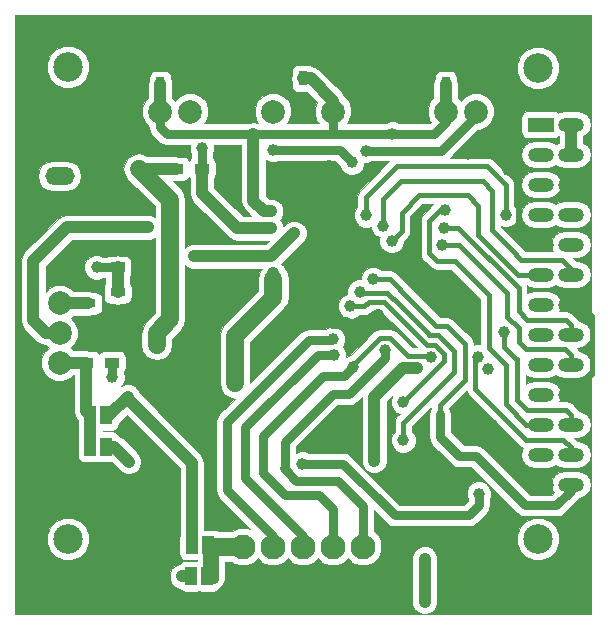
<source format=gbl>
G04 #@! TF.FileFunction,Copper,L2,Bot,Signal*
%FSLAX46Y46*%
G04 Gerber Fmt 4.6, Leading zero omitted, Abs format (unit mm)*
G04 Created by KiCad (PCBNEW 4.0.0-rc1-stable) date 31.5.2016 13:40:01*
%MOMM*%
G01*
G04 APERTURE LIST*
%ADD10C,0.100000*%
%ADD11R,2.200000X1.200000*%
%ADD12O,2.200000X1.200000*%
%ADD13C,2.100000*%
%ADD14C,3.000000*%
%ADD15C,2.000000*%
%ADD16C,2.500000*%
%ADD17R,0.750000X1.200000*%
%ADD18R,1.250000X0.800100*%
%ADD19R,1.200000X0.900000*%
%ADD20O,2.500000X1.500000*%
%ADD21R,1.000000X1.500000*%
%ADD22C,1.000000*%
%ADD23C,0.400000*%
%ADD24C,1.000000*%
%ADD25C,0.750000*%
%ADD26C,1.500000*%
G04 APERTURE END LIST*
D10*
D11*
X20150000Y16100000D03*
D12*
X22690000Y16100000D03*
X20150000Y13560000D03*
X22690000Y13560000D03*
X20150000Y11020000D03*
X22690000Y11020000D03*
X20150000Y8480000D03*
X22690000Y8480000D03*
X20150000Y5940000D03*
X22690000Y5940000D03*
X20150000Y3400000D03*
X22690000Y3400000D03*
X20150000Y860000D03*
X22690000Y860000D03*
X20150000Y-1680000D03*
X22690000Y-1680000D03*
X20150000Y-4220000D03*
X22690000Y-4220000D03*
X20150000Y-6760000D03*
X22690000Y-6760000D03*
X20150000Y-9300000D03*
X22690000Y-9300000D03*
X20150000Y-11840000D03*
X22690000Y-11840000D03*
X20150000Y-14380000D03*
X22690000Y-14380000D03*
D13*
X5080000Y-19630000D03*
X5080000Y-22170000D03*
X2540000Y-19630000D03*
X2540000Y-22170000D03*
X0Y-19630000D03*
X0Y-22170000D03*
X-2540000Y-19630000D03*
X-2540000Y-22170000D03*
X-5080000Y-19630000D03*
X-5080000Y-22170000D03*
X7620000Y-19630000D03*
D14*
X-8290000Y20950000D03*
D15*
X-9560000Y17200000D03*
X-12100000Y17200000D03*
X-14640000Y17200000D03*
D14*
X-15910000Y20950000D03*
X3810000Y20950000D03*
D15*
X2540000Y17200000D03*
X0Y17200000D03*
X-2540000Y17200000D03*
D14*
X-3810000Y20950000D03*
X15910000Y20950000D03*
D15*
X14640000Y17200000D03*
X12100000Y17200000D03*
X9560000Y17200000D03*
D14*
X8290000Y20950000D03*
D16*
X-19890000Y20990000D03*
X19900000Y20900000D03*
X-19900000Y-19000000D03*
D17*
X12100000Y19500000D03*
X12100000Y21400000D03*
X-12100000Y19500000D03*
X-12100000Y21400000D03*
X0Y21900000D03*
X0Y20000000D03*
D16*
X19900000Y-19000000D03*
D15*
X-20600000Y-4050000D03*
X-20600000Y-1550000D03*
X-20600000Y3450000D03*
X-20600000Y950000D03*
D18*
X-15700000Y1900000D03*
X-15700000Y0D03*
X-18200000Y950000D03*
D19*
X-18350000Y-4050000D03*
X-16150000Y-4050000D03*
X-13500000Y4000000D03*
X-15700000Y4000000D03*
X-8550000Y12350000D03*
X-10750000Y12350000D03*
D20*
X-20600000Y11740000D03*
X-20600000Y9200000D03*
D21*
X-8038000Y-19500000D03*
X-9400000Y-19500000D03*
X-8088000Y-22150000D03*
X-9450000Y-22150000D03*
X-18012000Y-11200000D03*
X-16650000Y-11200000D03*
X-18012000Y-8500000D03*
X-16650000Y-8500000D03*
D22*
X11550000Y950000D03*
X11050000Y3250000D03*
X4650000Y4700000D03*
X-18450000Y-15550000D03*
X-11350000Y-15400000D03*
X-9150000Y8650000D03*
X-6200000Y11150000D03*
X17400000Y12250000D03*
X13950000Y13600000D03*
X2550000Y-700000D03*
X6350000Y0D03*
X16000000Y-9300000D03*
X13400000Y-9300000D03*
X2200000Y12550000D03*
X-2650000Y10600000D03*
X-14500000Y5800000D03*
X-8950000Y-4900000D03*
X-12375980Y-2550000D03*
X-14850000Y-6950000D03*
X-13900000Y12350000D03*
X-10250000Y-22150000D03*
X-14750000Y-12450000D03*
X7550000Y15310000D03*
X-5750000Y-5800000D03*
X-2500000Y3500000D03*
X-2700000Y8750000D03*
X17150000Y8450000D03*
X5350000Y8400000D03*
X6950000Y-3000000D03*
X10800000Y-3600000D03*
X15650000Y-4600000D03*
X4250000Y-4450000D03*
X7500000Y6250000D03*
X2600000Y-3400000D03*
X2500000Y-2100000D03*
X14800000Y-3550000D03*
X12050000Y8850000D03*
X4150000Y12900000D03*
X-2550000Y13950000D03*
X-2700000Y7300000D03*
X-8550000Y14100000D03*
X5300000Y13900000D03*
X4800000Y1950000D03*
X8500000Y-10650000D03*
X-13100000Y7400000D03*
X6800000Y7550000D03*
X-9200000Y4950000D03*
X-17450000Y4000000D03*
X-750000Y6900000D03*
X-16150000Y-5300000D03*
X8500000Y-7400000D03*
X4000000Y700000D03*
X10300000Y-24300000D03*
X10300000Y-20650000D03*
X-50000Y-12600000D03*
X14900000Y-15150000D03*
X9650000Y-4550000D03*
X6050000Y-12350000D03*
X11900000Y7350000D03*
X11750000Y5900000D03*
X17050000Y-1450000D03*
X5950000Y3000000D03*
D23*
X11050000Y3250000D02*
X11050000Y1450000D01*
X11050000Y1450000D02*
X11550000Y950000D01*
X9600000Y4700000D02*
X11050000Y3250000D01*
D24*
X2200000Y12550000D02*
X3100000Y11650000D01*
X3100000Y6250000D02*
X4650000Y4700000D01*
X3100000Y11650000D02*
X3100000Y6250000D01*
D23*
X4650000Y4700000D02*
X9600000Y4700000D01*
D24*
X-18450000Y-15550000D02*
X-18300000Y-15400000D01*
X-18300000Y-15400000D02*
X-11350000Y-15400000D01*
D23*
X22690000Y860000D02*
X23440000Y860000D01*
X23440000Y860000D02*
X24450000Y-150000D01*
X24450000Y-150000D02*
X24450000Y-5000000D01*
X24450000Y-5000000D02*
X22690000Y-6760000D01*
X20150000Y5940000D02*
X18910000Y5940000D01*
X18200000Y11450000D02*
X17400000Y12250000D01*
X18200000Y6650000D02*
X18200000Y11450000D01*
X18910000Y5940000D02*
X18200000Y6650000D01*
X13950000Y13600000D02*
X16050000Y13600000D01*
X16050000Y13600000D02*
X17400000Y12250000D01*
X13950000Y13600000D02*
X13950000Y13550000D01*
D24*
X2550000Y-700000D02*
X3600000Y-700000D01*
X5000000Y-1350000D02*
X6350000Y0D01*
X4250000Y-1350000D02*
X5000000Y-1350000D01*
X3600000Y-700000D02*
X4250000Y-1350000D01*
X13400000Y-9300000D02*
X16000000Y-9300000D01*
D25*
X2200000Y12550000D02*
X-700000Y12550000D01*
X-700000Y12550000D02*
X-2650000Y10600000D01*
X-13500000Y4800000D02*
X-14500000Y5800000D01*
X-13500000Y4000000D02*
X-13500000Y4800000D01*
D24*
X-15700000Y0D02*
X-15700000Y-1200000D01*
X-12900000Y-4900000D02*
X-8950000Y-4900000D01*
X-14100000Y-3700000D02*
X-12900000Y-4900000D01*
X-14100000Y-2800000D02*
X-14100000Y-3700000D01*
X-15700000Y-1200000D02*
X-14100000Y-2800000D01*
X5080000Y-22170000D02*
X6780000Y-22170000D01*
X7620000Y-21330000D02*
X7620000Y-19630000D01*
X6780000Y-22170000D02*
X7620000Y-21330000D01*
X2540000Y-22170000D02*
X5080000Y-22170000D01*
X0Y-22170000D02*
X2540000Y-22170000D01*
X0Y-22170000D02*
X-2540000Y-22170000D01*
X-5080000Y-22170000D02*
X-2540000Y-22170000D01*
X-15700000Y0D02*
X-14050000Y0D01*
X-13500000Y550000D02*
X-13500000Y4000000D01*
X-14050000Y0D02*
X-13500000Y550000D01*
X8290000Y20950000D02*
X8290000Y18470000D01*
X8290000Y18470000D02*
X9560000Y17200000D01*
X-15910000Y20950000D02*
X-15910000Y18470000D01*
X-15910000Y18470000D02*
X-14640000Y17200000D01*
X0Y21900000D02*
X2860000Y21900000D01*
X2860000Y21900000D02*
X3810000Y20950000D01*
X-3810000Y20950000D02*
X-2650000Y20950000D01*
X-2650000Y20950000D02*
X-1700000Y21900000D01*
X-1700000Y21900000D02*
X0Y21900000D01*
X12100000Y21400000D02*
X15460000Y21400000D01*
X15460000Y21400000D02*
X15910000Y20950000D01*
X8290000Y20950000D02*
X9750000Y20950000D01*
X9750000Y20950000D02*
X10200000Y21400000D01*
X10200000Y21400000D02*
X12100000Y21400000D01*
X3810000Y20950000D02*
X8290000Y20950000D01*
X-3810000Y20950000D02*
X-2850000Y20950000D01*
X-8290000Y20950000D02*
X-3810000Y20950000D01*
X-12100000Y21400000D02*
X-8740000Y21400000D01*
X-8740000Y21400000D02*
X-8290000Y20950000D01*
X-15910000Y20950000D02*
X-15460000Y21400000D01*
X-15460000Y21400000D02*
X-12100000Y21400000D01*
X-14850000Y-6950000D02*
X-14850000Y-7134000D01*
X-9400000Y-12584000D02*
X-9400000Y-19500000D01*
X-14850000Y-7134000D02*
X-9400000Y-12584000D01*
X-16650000Y-8500000D02*
X-16400000Y-8500000D01*
X-16400000Y-8500000D02*
X-14850000Y-6950000D01*
D26*
X-12375980Y-2550000D02*
X-12375980Y-1525980D01*
X-11250000Y9700000D02*
X-13900000Y12350000D01*
X-11250000Y-400000D02*
X-11250000Y9700000D01*
X-12375980Y-1525980D02*
X-11250000Y-400000D01*
X-12375980Y-2550000D02*
X-12400000Y-2550000D01*
D24*
X22690000Y16100000D02*
X22690000Y13560000D01*
X-10750000Y12350000D02*
X-13900000Y12350000D01*
X-9450000Y-22150000D02*
X-10250000Y-22150000D01*
X-16650000Y-11200000D02*
X-16000000Y-11200000D01*
X-16000000Y-11200000D02*
X-14750000Y-12450000D01*
D26*
X-2500000Y1450000D02*
X-5750000Y-1800000D01*
X-5750000Y-1800000D02*
X-5750000Y-5800000D01*
X-2500000Y1450000D02*
X-2500000Y3000000D01*
D24*
X-2500000Y3500000D02*
X-2500000Y3000000D01*
X-2500000Y3000000D02*
X-2450000Y2950000D01*
X-2700000Y8750000D02*
X-3300000Y8750000D01*
X-4200000Y9650000D02*
X-4200000Y15300000D01*
X-3300000Y8750000D02*
X-4200000Y9650000D01*
D25*
X2540000Y15310000D02*
X7550000Y15310000D01*
X7550000Y15310000D02*
X11110000Y15310000D01*
X11110000Y15310000D02*
X12100000Y16300000D01*
X12100000Y16300000D02*
X12100000Y17200000D01*
X2540000Y17200000D02*
X2540000Y15310000D01*
X-12100000Y15850000D02*
X-11550000Y15300000D01*
X-12100000Y15850000D02*
X-12100000Y17200000D01*
X-11550000Y15300000D02*
X-4200000Y15300000D01*
X-4200000Y15300000D02*
X1250000Y15300000D01*
X2540000Y15310000D02*
X2530000Y15300000D01*
X2530000Y15300000D02*
X1250000Y15300000D01*
D24*
X12100000Y19500000D02*
X12100000Y17200000D01*
X-12100000Y19500000D02*
X-12100000Y17200000D01*
X0Y20000000D02*
X650000Y20000000D01*
X650000Y20000000D02*
X2540000Y18110000D01*
X2540000Y18110000D02*
X2540000Y17200000D01*
D23*
X5350000Y8400000D02*
X5350000Y9950000D01*
X17150000Y10950000D02*
X17150000Y8450000D01*
X15550000Y12550000D02*
X17150000Y10950000D01*
X7950000Y12550000D02*
X15550000Y12550000D01*
X5350000Y9950000D02*
X7950000Y12550000D01*
D25*
X3900000Y-6750000D02*
X6950000Y-3700000D01*
X-1550000Y-13050000D02*
X-1550000Y-10800000D01*
X2500000Y-6750000D02*
X-1550000Y-10800000D01*
X3900000Y-6750000D02*
X2500000Y-6750000D01*
X6950000Y-3700000D02*
X6950000Y-3000000D01*
X-200000Y-14050000D02*
X-550000Y-14050000D01*
X5080000Y-16180000D02*
X2950000Y-14050000D01*
X2950000Y-14050000D02*
X-200000Y-14050000D01*
X5080000Y-19630000D02*
X5080000Y-16180000D01*
X-550000Y-14050000D02*
X-1550000Y-13050000D01*
X-1550000Y-13050000D02*
X-1600000Y-13000000D01*
D24*
X5080000Y-19630000D02*
X5080000Y-19130000D01*
D23*
X8000000Y-2600000D02*
X8900000Y-3500000D01*
X8900000Y-3500000D02*
X8950000Y-3500000D01*
X10800000Y-3600000D02*
X10700000Y-3500000D01*
X10700000Y-3500000D02*
X8950000Y-3500000D01*
X4250000Y-4250000D02*
X4250000Y-4450000D01*
X6550000Y-1950000D02*
X4250000Y-4250000D01*
X7350000Y-1950000D02*
X6550000Y-1950000D01*
X8000000Y-2600000D02*
X7350000Y-1950000D01*
D25*
X-3350000Y-13400000D02*
X-3350000Y-10250000D01*
X-1500000Y-15250000D02*
X-3350000Y-13400000D01*
X2540000Y-16440000D02*
X2540000Y-19630000D01*
X1350000Y-15250000D02*
X-50000Y-15250000D01*
X2540000Y-16440000D02*
X1350000Y-15250000D01*
X-50000Y-15250000D02*
X-1500000Y-15250000D01*
X3500000Y-5200000D02*
X4250000Y-4450000D01*
X1700000Y-5200000D02*
X3500000Y-5200000D01*
X-3350000Y-10250000D02*
X1700000Y-5200000D01*
D24*
X2540000Y-19630000D02*
X2540000Y-19190000D01*
D23*
X17300000Y4300000D02*
X14850000Y6750000D01*
X18200000Y3400000D02*
X17300000Y4300000D01*
X20150000Y3400000D02*
X18200000Y3400000D01*
X8350000Y7100000D02*
X7500000Y6250000D01*
X8350000Y8650000D02*
X8350000Y7100000D01*
X9800000Y10100000D02*
X8350000Y8650000D01*
X13950000Y10100000D02*
X9800000Y10100000D01*
X14850000Y9200000D02*
X13950000Y10100000D01*
X14850000Y6750000D02*
X14850000Y9200000D01*
D25*
X0Y-18700000D02*
X-2450000Y-16250000D01*
X2600000Y-3400000D02*
X1250000Y-3400000D01*
X-4900000Y-13800000D02*
X-2450000Y-16250000D01*
X-4900000Y-9550000D02*
X-4900000Y-13800000D01*
X1250000Y-3400000D02*
X-4900000Y-9550000D01*
X0Y-18700000D02*
X0Y-19630000D01*
D24*
X0Y-19630000D02*
X0Y-19150000D01*
D25*
X2500000Y-2100000D02*
X2450000Y-2150000D01*
X2450000Y-2150000D02*
X500000Y-2150000D01*
X-3650000Y-17650000D02*
X-6450000Y-14850000D01*
X-2540000Y-18760000D02*
X-3650000Y-17650000D01*
X-6450000Y-9100000D02*
X500000Y-2150000D01*
X-6450000Y-14850000D02*
X-6450000Y-9100000D01*
X-2540000Y-19630000D02*
X-2540000Y-18760000D01*
D24*
X-2540000Y-19630000D02*
X-2540000Y-19160000D01*
D23*
X16250000Y-7950000D02*
X14600000Y-6300000D01*
X22050000Y-10600000D02*
X22690000Y-11240000D01*
X18900000Y-10600000D02*
X16250000Y-7950000D01*
X22050000Y-10600000D02*
X18900000Y-10600000D01*
X14600000Y-3750000D02*
X14800000Y-3550000D01*
X14600000Y-6300000D02*
X14600000Y-3750000D01*
X22690000Y-11840000D02*
X22690000Y-11240000D01*
X10700000Y5350000D02*
X10700000Y5200000D01*
X10700000Y5200000D02*
X11350000Y4550000D01*
X11350000Y4550000D02*
X12850000Y4550000D01*
X15750000Y1650000D02*
X15750000Y-2850000D01*
X12850000Y4550000D02*
X15750000Y1650000D01*
X10700000Y5500000D02*
X10700000Y5350000D01*
X17200000Y-4300000D02*
X17200000Y-4950000D01*
X15750000Y-2850000D02*
X17200000Y-4300000D01*
X11600000Y8850000D02*
X12050000Y8850000D01*
X10700000Y7950000D02*
X11600000Y8850000D01*
X10700000Y5500000D02*
X10700000Y7950000D01*
X18900000Y-9300000D02*
X20150000Y-9300000D01*
X17200000Y-7600000D02*
X17200000Y-6150000D01*
X18900000Y-9300000D02*
X17200000Y-7600000D01*
X17200000Y-4950000D02*
X17200000Y-6150000D01*
D25*
X3100000Y13950000D02*
X4150000Y12900000D01*
X-2550000Y13950000D02*
X3100000Y13950000D01*
D24*
X-8550000Y12350000D02*
X-8550000Y10300000D01*
X-5550000Y7300000D02*
X-2700000Y7300000D01*
X-8550000Y10300000D02*
X-5550000Y7300000D01*
D25*
X-8550000Y14100000D02*
X-8550000Y12350000D01*
X11700000Y13900000D02*
X5300000Y13900000D01*
X11700000Y13900000D02*
X14640000Y16840000D01*
X14640000Y17200000D02*
X14640000Y16840000D01*
D23*
X8200000Y800000D02*
X10750000Y-1750000D01*
X10700000Y-1700000D02*
X10700000Y-1750000D01*
X10750000Y-1750000D02*
X10700000Y-1700000D01*
X4800000Y1950000D02*
X4900000Y1850000D01*
X11450000Y-1750000D02*
X12800000Y-3100000D01*
X10700000Y-1750000D02*
X11450000Y-1750000D01*
X7150000Y1850000D02*
X8200000Y800000D01*
X4900000Y1850000D02*
X7150000Y1850000D01*
X12800000Y-3100000D02*
X12800000Y-4450000D01*
X12800000Y-4450000D02*
X12800000Y-4500000D01*
X12800000Y-4500000D02*
X12800000Y-4850000D01*
X12800000Y-4850000D02*
X8500000Y-9150000D01*
X8500000Y-10650000D02*
X8500000Y-9150000D01*
D24*
X-18012000Y-8500000D02*
X-18012000Y-11200000D01*
X-18350000Y-8162000D02*
X-18350000Y-5500000D01*
X-18350000Y-5500000D02*
X-18350000Y-4050000D01*
X-18350000Y-8162000D02*
X-18012000Y-8500000D01*
X-20600000Y-4050000D02*
X-18350000Y-4050000D01*
X-20000000Y7400000D02*
X-13100000Y7400000D01*
X-21750000Y-1550000D02*
X-20600000Y-1550000D01*
X-22850000Y4550000D02*
X-20300000Y7100000D01*
X-22850000Y-450000D02*
X-22850000Y4550000D01*
X-21750000Y-1550000D02*
X-22850000Y-450000D01*
X-20300000Y7100000D02*
X-20000000Y7400000D01*
X-20600000Y950000D02*
X-18200000Y950000D01*
D25*
X-7510000Y-21572000D02*
X-7510000Y-22310000D01*
X-7510000Y-22310000D02*
X-7550000Y-22350000D01*
X-7510000Y-19500000D02*
X-7510000Y-21572000D01*
X-7510000Y-21572000D02*
X-8088000Y-22150000D01*
X-8088000Y-22150000D02*
X-8088000Y-19550000D01*
X-8088000Y-19550000D02*
X-8038000Y-19500000D01*
D24*
X-8038000Y-19500000D02*
X-7510000Y-19500000D01*
X-7510000Y-19500000D02*
X-7380000Y-19630000D01*
D26*
X-5080000Y-19630000D02*
X-7380000Y-19630000D01*
X-7380000Y-19630000D02*
X-7400000Y-19650000D01*
D23*
X6800000Y7550000D02*
X6800000Y9800000D01*
X18500000Y4650000D02*
X17600000Y5550000D01*
X21950000Y4650000D02*
X18500000Y4650000D01*
X22690000Y3910000D02*
X21950000Y4650000D01*
X16000000Y7150000D02*
X17600000Y5550000D01*
X16000000Y10500000D02*
X16000000Y7150000D01*
X15200000Y11300000D02*
X16000000Y10500000D01*
X8300000Y11300000D02*
X15200000Y11300000D01*
X6800000Y9800000D02*
X8300000Y11300000D01*
X22690000Y3400000D02*
X22690000Y3910000D01*
D24*
X-750000Y6900000D02*
X-1500000Y6150000D01*
X-9200000Y4950000D02*
X-2700000Y4950000D01*
D25*
X-15700000Y4000000D02*
X-17450000Y4000000D01*
D24*
X-2700000Y4950000D02*
X-1500000Y6150000D01*
X-15700000Y4000000D02*
X-15700000Y1900000D01*
D25*
X-16150000Y-4050000D02*
X-16150000Y-5300000D01*
D23*
X10500000Y-2550000D02*
X11200000Y-2550000D01*
X11950000Y-3950000D02*
X11950000Y-3300000D01*
X11950000Y-3950000D02*
X8500000Y-7400000D01*
X11200000Y-2550000D02*
X11950000Y-3300000D01*
X5550000Y1100000D02*
X5150000Y700000D01*
X5150000Y700000D02*
X4000000Y700000D01*
X6850000Y1100000D02*
X5550000Y1100000D01*
X7450000Y500000D02*
X6850000Y1100000D01*
X7450000Y500000D02*
X10500000Y-2550000D01*
D24*
X10300000Y-24300000D02*
X10300000Y-20650000D01*
D25*
X-50000Y-12600000D02*
X3350000Y-12600000D01*
X14900000Y-16150000D02*
X14900000Y-15150000D01*
X14050000Y-17000000D02*
X14900000Y-16150000D01*
X7750000Y-17000000D02*
X14050000Y-17000000D01*
X3350000Y-12600000D02*
X7750000Y-17000000D01*
D24*
X9650000Y-4550000D02*
X8450000Y-4550000D01*
X6050000Y-6950000D02*
X6050000Y-12350000D01*
X8450000Y-4550000D02*
X6050000Y-6950000D01*
D23*
X22690000Y-1680000D02*
X22690000Y-890000D01*
X13150000Y7350000D02*
X11900000Y7350000D01*
X18250000Y2250000D02*
X13150000Y7350000D01*
X18250000Y300000D02*
X18250000Y2250000D01*
X19000000Y-450000D02*
X18250000Y300000D01*
X22250000Y-450000D02*
X19000000Y-450000D01*
X22690000Y-890000D02*
X22250000Y-450000D01*
X17294976Y994976D02*
X17294976Y-194976D01*
X17294976Y1855024D02*
X17294976Y994976D01*
X11750000Y5900000D02*
X13250000Y5900000D01*
X13250000Y5900000D02*
X15950000Y3200000D01*
X15950000Y3200000D02*
X17294976Y1855024D01*
X18850000Y-2900000D02*
X18250000Y-2300000D01*
X18250000Y-2300000D02*
X18250000Y-1150000D01*
X22690000Y-3390000D02*
X22690000Y-4220000D01*
X22690000Y-3390000D02*
X22200000Y-2900000D01*
X22200000Y-2900000D02*
X18850000Y-2900000D01*
X17294976Y-194976D02*
X18250000Y-1150000D01*
X17050000Y-1450000D02*
X17050000Y-2700000D01*
X17050000Y-2700000D02*
X18150000Y-3800000D01*
X18150000Y-3750000D02*
X18150000Y-3800000D01*
X18150000Y-3800000D02*
X18150000Y-5000000D01*
X18400000Y-7500000D02*
X18150000Y-7250000D01*
X22690000Y-8490000D02*
X22690000Y-9300000D01*
X22250000Y-8050000D02*
X18950000Y-8050000D01*
X22690000Y-8490000D02*
X22250000Y-8050000D01*
X18950000Y-8050000D02*
X18400000Y-7500000D01*
X18150000Y-7250000D02*
X18150000Y-6250000D01*
X18150000Y-5000000D02*
X18150000Y-6250000D01*
X9075000Y1275000D02*
X11300000Y-950000D01*
X11300000Y-950000D02*
X12200000Y-950000D01*
X5950000Y3000000D02*
X7350000Y3000000D01*
X12200000Y-950000D02*
X13700000Y-2450000D01*
X7350000Y3000000D02*
X9075000Y1275000D01*
X11600000Y-7650000D02*
X13700000Y-5550000D01*
D25*
X14650000Y-12000000D02*
X13250000Y-12000000D01*
X13250000Y-12000000D02*
X11600000Y-10350000D01*
X11600000Y-10350000D02*
X11600000Y-8400000D01*
X22690000Y-14910000D02*
X21450000Y-16150000D01*
X21450000Y-16150000D02*
X18800000Y-16150000D01*
X18800000Y-16150000D02*
X16250000Y-13600000D01*
X16250000Y-13600000D02*
X14650000Y-12000000D01*
D23*
X11600000Y-7650000D02*
X11600000Y-8400000D01*
X13700000Y-5550000D02*
X13700000Y-2450000D01*
D25*
X22690000Y-14380000D02*
X22690000Y-14910000D01*
D10*
G36*
X24375000Y-25375000D02*
X-24375000Y-25375000D01*
X-24375000Y-19356471D01*
X-21700312Y-19356471D01*
X-21426855Y-20018286D01*
X-20920949Y-20525076D01*
X-20259613Y-20799687D01*
X-19543529Y-20800312D01*
X-18881714Y-20526855D01*
X-18374924Y-20020949D01*
X-18100313Y-19359613D01*
X-18099688Y-18643529D01*
X-18373145Y-17981714D01*
X-18879051Y-17474924D01*
X-19540387Y-17200313D01*
X-20256471Y-17199688D01*
X-20918286Y-17473145D01*
X-21425076Y-17979051D01*
X-21699687Y-18640387D01*
X-21700312Y-19356471D01*
X-24375000Y-19356471D01*
X-24375000Y4550000D01*
X-23900000Y4550000D01*
X-23900000Y-450000D01*
X-23820074Y-851818D01*
X-23592462Y-1192462D01*
X-22492462Y-2292462D01*
X-22151818Y-2520074D01*
X-21750000Y-2600000D01*
X-21741951Y-2600000D01*
X-21542032Y-2800269D01*
X-21913260Y-3170849D01*
X-22149730Y-3740333D01*
X-22150268Y-4356961D01*
X-21914792Y-4926857D01*
X-21479151Y-5363260D01*
X-20909667Y-5599730D01*
X-20293039Y-5600268D01*
X-19723143Y-5364792D01*
X-19457888Y-5100000D01*
X-19400000Y-5100000D01*
X-19400000Y-8162000D01*
X-19320074Y-8563818D01*
X-19092462Y-8904462D01*
X-19072775Y-8924149D01*
X-19072775Y-9250000D01*
X-19062000Y-9307264D01*
X-19062000Y-10396791D01*
X-19072775Y-10450000D01*
X-19072775Y-11950000D01*
X-19034424Y-12153818D01*
X-18913968Y-12341012D01*
X-18730173Y-12466594D01*
X-18512000Y-12510775D01*
X-17512000Y-12510775D01*
X-17324355Y-12475467D01*
X-17150000Y-12510775D01*
X-16174149Y-12510775D01*
X-15493110Y-13191814D01*
X-15345554Y-13339628D01*
X-14959774Y-13499818D01*
X-14542058Y-13500182D01*
X-14156000Y-13340666D01*
X-13860372Y-13045554D01*
X-13700182Y-12659774D01*
X-13699818Y-12242058D01*
X-13859334Y-11856000D01*
X-14154446Y-11560372D01*
X-14154887Y-11560189D01*
X-15257538Y-10457538D01*
X-15598182Y-10229926D01*
X-15643886Y-10220835D01*
X-15748032Y-10058988D01*
X-15931827Y-9933406D01*
X-16150000Y-9889225D01*
X-16962000Y-9889225D01*
X-16962000Y-9810775D01*
X-16150000Y-9810775D01*
X-15946182Y-9772424D01*
X-15758988Y-9651968D01*
X-15633406Y-9468173D01*
X-15589225Y-9250000D01*
X-15589225Y-9174149D01*
X-14942000Y-8526924D01*
X-10450000Y-13018924D01*
X-10450000Y-18696791D01*
X-10460775Y-18750000D01*
X-10460775Y-20250000D01*
X-10422424Y-20453818D01*
X-10301968Y-20641012D01*
X-10118173Y-20766594D01*
X-9900000Y-20810775D01*
X-9013000Y-20810775D01*
X-9013000Y-20839225D01*
X-9950000Y-20839225D01*
X-10153818Y-20877576D01*
X-10341012Y-20998032D01*
X-10410588Y-21099859D01*
X-10457942Y-21099818D01*
X-10844000Y-21259334D01*
X-11139628Y-21554446D01*
X-11299818Y-21940226D01*
X-11300182Y-22357942D01*
X-11140666Y-22744000D01*
X-10845554Y-23039628D01*
X-10459774Y-23199818D01*
X-10410622Y-23199861D01*
X-10351968Y-23291012D01*
X-10168173Y-23416594D01*
X-9950000Y-23460775D01*
X-8950000Y-23460775D01*
X-8762355Y-23425467D01*
X-8588000Y-23460775D01*
X-7588000Y-23460775D01*
X-7384182Y-23422424D01*
X-7196988Y-23301968D01*
X-7075371Y-23123975D01*
X-6895926Y-23004074D01*
X-6855929Y-22964076D01*
X-6855926Y-22964074D01*
X-6655411Y-22663982D01*
X-6622196Y-22497000D01*
X-6584999Y-22310000D01*
X-6585000Y-22309995D01*
X-6585000Y-20930000D01*
X-6043037Y-20930000D01*
X-5987511Y-20985623D01*
X-5399656Y-21229722D01*
X-4763137Y-21230277D01*
X-4174857Y-20987205D01*
X-3809758Y-20622743D01*
X-3447511Y-20985623D01*
X-2859656Y-21229722D01*
X-2223137Y-21230277D01*
X-1634857Y-20987205D01*
X-1269758Y-20622743D01*
X-907511Y-20985623D01*
X-319656Y-21229722D01*
X316863Y-21230277D01*
X905143Y-20987205D01*
X1270242Y-20622743D01*
X1632489Y-20985623D01*
X2220344Y-21229722D01*
X2856863Y-21230277D01*
X3445143Y-20987205D01*
X3810242Y-20622743D01*
X4172489Y-20985623D01*
X4760344Y-21229722D01*
X5396863Y-21230277D01*
X5985143Y-20987205D01*
X6114631Y-20857942D01*
X9249818Y-20857942D01*
X9250000Y-20858382D01*
X9250000Y-24299084D01*
X9249818Y-24507942D01*
X9409334Y-24894000D01*
X9704446Y-25189628D01*
X10090226Y-25349818D01*
X10507942Y-25350182D01*
X10894000Y-25190666D01*
X11189628Y-24895554D01*
X11349818Y-24509774D01*
X11350182Y-24092058D01*
X11350000Y-24091618D01*
X11350000Y-20650916D01*
X11350182Y-20442058D01*
X11190666Y-20056000D01*
X10895554Y-19760372D01*
X10509774Y-19600182D01*
X10092058Y-19599818D01*
X9706000Y-19759334D01*
X9410372Y-20054446D01*
X9250182Y-20440226D01*
X9249818Y-20857942D01*
X6114631Y-20857942D01*
X6435623Y-20537511D01*
X6679722Y-19949656D01*
X6680239Y-19356471D01*
X18099688Y-19356471D01*
X18373145Y-20018286D01*
X18879051Y-20525076D01*
X19540387Y-20799687D01*
X20256471Y-20800312D01*
X20918286Y-20526855D01*
X21425076Y-20020949D01*
X21699687Y-19359613D01*
X21700312Y-18643529D01*
X21426855Y-17981714D01*
X20920949Y-17474924D01*
X20259613Y-17200313D01*
X19543529Y-17199688D01*
X18881714Y-17473145D01*
X18374924Y-17979051D01*
X18100313Y-18640387D01*
X18099688Y-19356471D01*
X6680239Y-19356471D01*
X6680277Y-19313137D01*
X6437205Y-18724857D01*
X6005000Y-18291897D01*
X6005000Y-16563148D01*
X7095926Y-17654074D01*
X7396018Y-17854589D01*
X7750000Y-17925001D01*
X7750005Y-17925000D01*
X14050000Y-17925000D01*
X14403983Y-17854589D01*
X14704074Y-17654074D01*
X15554071Y-16804076D01*
X15554074Y-16804074D01*
X15754589Y-16503982D01*
X15767316Y-16440000D01*
X15825001Y-16150000D01*
X15825000Y-16149995D01*
X15825000Y-15660369D01*
X15949818Y-15359774D01*
X15950182Y-14942058D01*
X15790666Y-14556000D01*
X15495554Y-14260372D01*
X15109774Y-14100182D01*
X14692058Y-14099818D01*
X14306000Y-14259334D01*
X14010372Y-14554446D01*
X13850182Y-14940226D01*
X13849818Y-15357942D01*
X13975000Y-15660905D01*
X13975000Y-15766853D01*
X13666852Y-16075000D01*
X8133148Y-16075000D01*
X4004074Y-11945926D01*
X3703983Y-11745411D01*
X3350000Y-11675000D01*
X460369Y-11675000D01*
X159774Y-11550182D01*
X-257942Y-11549818D01*
X-625000Y-11701483D01*
X-625000Y-11183148D01*
X2883148Y-7675000D01*
X3900000Y-7675000D01*
X4253983Y-7604589D01*
X4554074Y-7404074D01*
X5000000Y-6958148D01*
X5000000Y-12349084D01*
X4999818Y-12557942D01*
X5159334Y-12944000D01*
X5454446Y-13239628D01*
X5840226Y-13399818D01*
X6257942Y-13400182D01*
X6644000Y-13240666D01*
X6939628Y-12945554D01*
X7099818Y-12559774D01*
X7100182Y-12142058D01*
X7100000Y-12141618D01*
X7100000Y-7384924D01*
X7560590Y-6924334D01*
X7450182Y-7190226D01*
X7449818Y-7607942D01*
X7609334Y-7994000D01*
X7904446Y-8289628D01*
X8183739Y-8405601D01*
X7969670Y-8619670D01*
X7807090Y-8862987D01*
X7750000Y-9150000D01*
X7750000Y-9915062D01*
X7610372Y-10054446D01*
X7450182Y-10440226D01*
X7449818Y-10857942D01*
X7609334Y-11244000D01*
X7904446Y-11539628D01*
X8290226Y-11699818D01*
X8707942Y-11700182D01*
X9094000Y-11540666D01*
X9389628Y-11245554D01*
X9549818Y-10859774D01*
X9550182Y-10442058D01*
X9390666Y-10056000D01*
X9250000Y-9915088D01*
X9250000Y-9460660D01*
X10850000Y-7860660D01*
X10850000Y-7889489D01*
X10745411Y-8046018D01*
X10675000Y-8400000D01*
X10675000Y-10350000D01*
X10745411Y-10703983D01*
X10945926Y-11004074D01*
X12595926Y-12654074D01*
X12896018Y-12854589D01*
X13250000Y-12925000D01*
X14266852Y-12925000D01*
X15595926Y-14254074D01*
X18145924Y-16804071D01*
X18145926Y-16804074D01*
X18295587Y-16904074D01*
X18446018Y-17004589D01*
X18800000Y-17075001D01*
X18800005Y-17075000D01*
X21450000Y-17075000D01*
X21803983Y-17004589D01*
X22104074Y-16804074D01*
X23344074Y-15564074D01*
X23388993Y-15496847D01*
X23662411Y-15442461D01*
X24035498Y-15193173D01*
X24284786Y-14820086D01*
X24372325Y-14380000D01*
X24284786Y-13939914D01*
X24035498Y-13566827D01*
X23662411Y-13317539D01*
X23222325Y-13230000D01*
X22157675Y-13230000D01*
X21717589Y-13317539D01*
X21344502Y-13566827D01*
X21095214Y-13939914D01*
X21007675Y-14380000D01*
X21095214Y-14820086D01*
X21246039Y-15045813D01*
X21066852Y-15225000D01*
X19183147Y-15225000D01*
X16904074Y-12945926D01*
X15304074Y-11345926D01*
X15003983Y-11145411D01*
X14650000Y-11075000D01*
X13633148Y-11075000D01*
X12525000Y-9966852D01*
X12525000Y-8400000D01*
X12454589Y-8046018D01*
X12378507Y-7932153D01*
X13876655Y-6434005D01*
X13907090Y-6587013D01*
X14069670Y-6830330D01*
X18369670Y-11130330D01*
X18612987Y-11292910D01*
X18625101Y-11295320D01*
X18555214Y-11399914D01*
X18467675Y-11840000D01*
X18555214Y-12280086D01*
X18804502Y-12653173D01*
X19177589Y-12902461D01*
X19617675Y-12990000D01*
X20682325Y-12990000D01*
X21122411Y-12902461D01*
X21420000Y-12703619D01*
X21717589Y-12902461D01*
X22157675Y-12990000D01*
X23222325Y-12990000D01*
X23662411Y-12902461D01*
X24035498Y-12653173D01*
X24284786Y-12280086D01*
X24372325Y-11840000D01*
X24284786Y-11399914D01*
X24035498Y-11026827D01*
X23662411Y-10777539D01*
X23222325Y-10690000D01*
X23200660Y-10690000D01*
X22960660Y-10450000D01*
X23222325Y-10450000D01*
X23662411Y-10362461D01*
X24035498Y-10113173D01*
X24284786Y-9740086D01*
X24372325Y-9300000D01*
X24284786Y-8859914D01*
X24035498Y-8486827D01*
X23662411Y-8237539D01*
X23366693Y-8178717D01*
X23220330Y-7959670D01*
X22780330Y-7519670D01*
X22537013Y-7357090D01*
X22250000Y-7300000D01*
X21678026Y-7300000D01*
X21744786Y-7200086D01*
X21832325Y-6760000D01*
X21744786Y-6319914D01*
X21495498Y-5946827D01*
X21122411Y-5697539D01*
X20682325Y-5610000D01*
X19617675Y-5610000D01*
X19177589Y-5697539D01*
X18900000Y-5883017D01*
X18900000Y-5096983D01*
X19177589Y-5282461D01*
X19617675Y-5370000D01*
X20682325Y-5370000D01*
X21122411Y-5282461D01*
X21420000Y-5083619D01*
X21717589Y-5282461D01*
X22157675Y-5370000D01*
X23222325Y-5370000D01*
X23662411Y-5282461D01*
X24035498Y-5033173D01*
X24284786Y-4660086D01*
X24372325Y-4220000D01*
X24284786Y-3779914D01*
X24035498Y-3406827D01*
X23662411Y-3157539D01*
X23382105Y-3101782D01*
X23220330Y-2859670D01*
X23190660Y-2830000D01*
X23222325Y-2830000D01*
X23662411Y-2742461D01*
X24035498Y-2493173D01*
X24284786Y-2120086D01*
X24372325Y-1680000D01*
X24284786Y-1239914D01*
X24035498Y-866827D01*
X23662411Y-617539D01*
X23351281Y-555651D01*
X23220330Y-359670D01*
X22780330Y80330D01*
X22537013Y242910D01*
X22250000Y300000D01*
X21664662Y300000D01*
X21744786Y419914D01*
X21832325Y860000D01*
X21744786Y1300086D01*
X21495498Y1673173D01*
X21122411Y1922461D01*
X20682325Y2010000D01*
X19617675Y2010000D01*
X19177589Y1922461D01*
X19000000Y1803800D01*
X19000000Y2250000D01*
X18952698Y2487806D01*
X19177589Y2337539D01*
X19617675Y2250000D01*
X20682325Y2250000D01*
X21122411Y2337539D01*
X21420000Y2536381D01*
X21717589Y2337539D01*
X22157675Y2250000D01*
X23222325Y2250000D01*
X23662411Y2337539D01*
X24035498Y2586827D01*
X24284786Y2959914D01*
X24372325Y3400000D01*
X24284786Y3840086D01*
X24035498Y4213173D01*
X23662411Y4462461D01*
X23222325Y4550000D01*
X23110660Y4550000D01*
X22870660Y4790000D01*
X23222325Y4790000D01*
X23662411Y4877539D01*
X24035498Y5126827D01*
X24284786Y5499914D01*
X24372325Y5940000D01*
X24284786Y6380086D01*
X24035498Y6753173D01*
X23662411Y7002461D01*
X23222325Y7090000D01*
X22157675Y7090000D01*
X21717589Y7002461D01*
X21344502Y6753173D01*
X21095214Y6380086D01*
X21007675Y5940000D01*
X21095214Y5499914D01*
X21161974Y5400000D01*
X18810660Y5400000D01*
X16750000Y7460660D01*
X16750000Y7479171D01*
X16940226Y7400182D01*
X17357942Y7399818D01*
X17744000Y7559334D01*
X18039628Y7854446D01*
X18199818Y8240226D01*
X18200026Y8480000D01*
X18467675Y8480000D01*
X18555214Y8039914D01*
X18804502Y7666827D01*
X19177589Y7417539D01*
X19617675Y7330000D01*
X20682325Y7330000D01*
X21122411Y7417539D01*
X21420000Y7616381D01*
X21717589Y7417539D01*
X22157675Y7330000D01*
X23222325Y7330000D01*
X23662411Y7417539D01*
X24035498Y7666827D01*
X24284786Y8039914D01*
X24372325Y8480000D01*
X24284786Y8920086D01*
X24035498Y9293173D01*
X23662411Y9542461D01*
X23222325Y9630000D01*
X22157675Y9630000D01*
X21717589Y9542461D01*
X21420000Y9343619D01*
X21122411Y9542461D01*
X20682325Y9630000D01*
X19617675Y9630000D01*
X19177589Y9542461D01*
X18804502Y9293173D01*
X18555214Y8920086D01*
X18467675Y8480000D01*
X18200026Y8480000D01*
X18200182Y8657942D01*
X18040666Y9044000D01*
X17900000Y9184912D01*
X17900000Y10950000D01*
X17886077Y11020000D01*
X18467675Y11020000D01*
X18555214Y10579914D01*
X18804502Y10206827D01*
X19177589Y9957539D01*
X19617675Y9870000D01*
X20682325Y9870000D01*
X21122411Y9957539D01*
X21495498Y10206827D01*
X21744786Y10579914D01*
X21832325Y11020000D01*
X21744786Y11460086D01*
X21495498Y11833173D01*
X21122411Y12082461D01*
X20682325Y12170000D01*
X19617675Y12170000D01*
X19177589Y12082461D01*
X18804502Y11833173D01*
X18555214Y11460086D01*
X18467675Y11020000D01*
X17886077Y11020000D01*
X17842910Y11237013D01*
X17680330Y11480330D01*
X16080330Y13080330D01*
X15837013Y13242910D01*
X15550000Y13300000D01*
X12408148Y13300000D01*
X12668148Y13560000D01*
X18467675Y13560000D01*
X18555214Y13119914D01*
X18804502Y12746827D01*
X19177589Y12497539D01*
X19617675Y12410000D01*
X20682325Y12410000D01*
X21122411Y12497539D01*
X21420000Y12696381D01*
X21717589Y12497539D01*
X22157675Y12410000D01*
X23222325Y12410000D01*
X23662411Y12497539D01*
X24035498Y12746827D01*
X24284786Y13119914D01*
X24372325Y13560000D01*
X24284786Y14000086D01*
X24035498Y14373173D01*
X23740000Y14570618D01*
X23740000Y15089382D01*
X24035498Y15286827D01*
X24284786Y15659914D01*
X24372325Y16100000D01*
X24284786Y16540086D01*
X24035498Y16913173D01*
X23662411Y17162461D01*
X23222325Y17250000D01*
X22157675Y17250000D01*
X21717589Y17162461D01*
X21631544Y17104967D01*
X21468173Y17216594D01*
X21250000Y17260775D01*
X19050000Y17260775D01*
X18846182Y17222424D01*
X18658988Y17101968D01*
X18533406Y16918173D01*
X18489225Y16700000D01*
X18489225Y15500000D01*
X18527576Y15296182D01*
X18648032Y15108988D01*
X18831827Y14983406D01*
X19050000Y14939225D01*
X21250000Y14939225D01*
X21453818Y14977576D01*
X21633902Y15093457D01*
X21640000Y15089382D01*
X21640000Y14570618D01*
X21420000Y14423619D01*
X21122411Y14622461D01*
X20682325Y14710000D01*
X19617675Y14710000D01*
X19177589Y14622461D01*
X18804502Y14373173D01*
X18555214Y14000086D01*
X18467675Y13560000D01*
X12668148Y13560000D01*
X14758045Y15649897D01*
X14946961Y15649732D01*
X15516857Y15885208D01*
X15953260Y16320849D01*
X16189730Y16890333D01*
X16190268Y17506961D01*
X15954792Y18076857D01*
X15519151Y18513260D01*
X14949667Y18749730D01*
X14333039Y18750268D01*
X13763143Y18514792D01*
X13369696Y18122032D01*
X13150000Y18342112D01*
X13150000Y19500000D01*
X13070074Y19901818D01*
X13035775Y19953150D01*
X13035775Y20100000D01*
X12997424Y20303818D01*
X12876968Y20491012D01*
X12800107Y20543529D01*
X18099688Y20543529D01*
X18373145Y19881714D01*
X18879051Y19374924D01*
X19540387Y19100313D01*
X20256471Y19099688D01*
X20918286Y19373145D01*
X21425076Y19879051D01*
X21699687Y20540387D01*
X21700312Y21256471D01*
X21426855Y21918286D01*
X20920949Y22425076D01*
X20259613Y22699687D01*
X19543529Y22700312D01*
X18881714Y22426855D01*
X18374924Y21920949D01*
X18100313Y21259613D01*
X18099688Y20543529D01*
X12800107Y20543529D01*
X12693173Y20616594D01*
X12475000Y20660775D01*
X11725000Y20660775D01*
X11521182Y20622424D01*
X11333988Y20501968D01*
X11208406Y20318173D01*
X11164225Y20100000D01*
X11164225Y19953150D01*
X11129926Y19901818D01*
X11050000Y19500000D01*
X11050000Y18341951D01*
X10786740Y18079151D01*
X10550270Y17509667D01*
X10549732Y16893039D01*
X10785208Y16323143D01*
X10800089Y16308236D01*
X10726852Y16235000D01*
X8060369Y16235000D01*
X7759774Y16359818D01*
X7342058Y16360182D01*
X7039095Y16235000D01*
X3767261Y16235000D01*
X3853260Y16320849D01*
X4089730Y16890333D01*
X4090268Y17506961D01*
X3854792Y18076857D01*
X3532341Y18399872D01*
X3510074Y18511818D01*
X3282462Y18852462D01*
X1392462Y20742462D01*
X1051818Y20970074D01*
X707324Y21038598D01*
X593173Y21116594D01*
X375000Y21160775D01*
X-375000Y21160775D01*
X-578818Y21122424D01*
X-766012Y21001968D01*
X-891594Y20818173D01*
X-935775Y20600000D01*
X-935775Y20453150D01*
X-970074Y20401818D01*
X-1050000Y20000000D01*
X-970074Y19598182D01*
X-935775Y19546850D01*
X-935775Y19400000D01*
X-897424Y19196182D01*
X-776968Y19008988D01*
X-593173Y18883406D01*
X-375000Y18839225D01*
X325851Y18839225D01*
X1185424Y17979652D01*
X990270Y17509667D01*
X989732Y16893039D01*
X1225208Y16323143D01*
X1323180Y16225000D01*
X-1322757Y16225000D01*
X-1226740Y16320849D01*
X-990270Y16890333D01*
X-989732Y17506961D01*
X-1225208Y18076857D01*
X-1660849Y18513260D01*
X-2230333Y18749730D01*
X-2846961Y18750268D01*
X-3416857Y18514792D01*
X-3853260Y18079151D01*
X-4089730Y17509667D01*
X-4090268Y16893039D01*
X-3854792Y16323143D01*
X-3802716Y16270976D01*
X-4200000Y16350000D01*
X-4601818Y16270074D01*
X-4669276Y16225000D01*
X-8342757Y16225000D01*
X-8246740Y16320849D01*
X-8010270Y16890333D01*
X-8009732Y17506961D01*
X-8245208Y18076857D01*
X-8680849Y18513260D01*
X-9250333Y18749730D01*
X-9866961Y18750268D01*
X-10436857Y18514792D01*
X-10830304Y18122032D01*
X-11050000Y18342112D01*
X-11050000Y19500000D01*
X-11129926Y19901818D01*
X-11164225Y19953150D01*
X-11164225Y20100000D01*
X-11202576Y20303818D01*
X-11323032Y20491012D01*
X-11506827Y20616594D01*
X-11725000Y20660775D01*
X-12475000Y20660775D01*
X-12678818Y20622424D01*
X-12866012Y20501968D01*
X-12991594Y20318173D01*
X-13035775Y20100000D01*
X-13035775Y19953150D01*
X-13070074Y19901818D01*
X-13150000Y19500000D01*
X-13150000Y18341951D01*
X-13413260Y18079151D01*
X-13649730Y17509667D01*
X-13650268Y16893039D01*
X-13414792Y16323143D01*
X-13025000Y15932669D01*
X-13025000Y15850000D01*
X-12954589Y15496017D01*
X-12754074Y15195926D01*
X-12204076Y14645929D01*
X-12204074Y14645926D01*
X-11903982Y14445411D01*
X-11550000Y14375000D01*
X-9572734Y14375000D01*
X-9599818Y14309774D01*
X-9600182Y13892058D01*
X-9475000Y13589095D01*
X-9475000Y13244446D01*
X-9541012Y13201968D01*
X-9651257Y13040619D01*
X-9748032Y13191012D01*
X-9931827Y13316594D01*
X-10150000Y13360775D01*
X-10552801Y13360775D01*
X-10750000Y13400000D01*
X-13176459Y13400000D01*
X-13402511Y13551043D01*
X-13900000Y13650000D01*
X-14397489Y13551043D01*
X-14819239Y13269239D01*
X-15101043Y12847489D01*
X-15200000Y12350000D01*
X-15101043Y11852511D01*
X-14819239Y11430761D01*
X-12550000Y9161522D01*
X-12550000Y8308544D01*
X-12890226Y8449818D01*
X-13307942Y8450182D01*
X-13308382Y8450000D01*
X-20000000Y8450000D01*
X-20401818Y8370074D01*
X-20742462Y8142462D01*
X-23592462Y5292462D01*
X-23820074Y4951818D01*
X-23900000Y4550000D01*
X-24375000Y4550000D01*
X-24375000Y11740000D01*
X-22435264Y11740000D01*
X-22336307Y11242512D01*
X-22054503Y10820761D01*
X-21632752Y10538957D01*
X-21135264Y10440000D01*
X-20064736Y10440000D01*
X-19567248Y10538957D01*
X-19145497Y10820761D01*
X-18863693Y11242512D01*
X-18764736Y11740000D01*
X-18863693Y12237488D01*
X-19145497Y12659239D01*
X-19567248Y12941043D01*
X-20064736Y13040000D01*
X-21135264Y13040000D01*
X-21632752Y12941043D01*
X-22054503Y12659239D01*
X-22336307Y12237488D01*
X-22435264Y11740000D01*
X-24375000Y11740000D01*
X-24375000Y20633529D01*
X-21690312Y20633529D01*
X-21416855Y19971714D01*
X-20910949Y19464924D01*
X-20249613Y19190313D01*
X-19533529Y19189688D01*
X-18871714Y19463145D01*
X-18364924Y19969051D01*
X-18090313Y20630387D01*
X-18089688Y21346471D01*
X-18363145Y22008286D01*
X-18869051Y22515076D01*
X-19530387Y22789687D01*
X-20246471Y22790312D01*
X-20908286Y22516855D01*
X-21415076Y22010949D01*
X-21689687Y21349613D01*
X-21690312Y20633529D01*
X-24375000Y20633529D01*
X-24375000Y25375000D01*
X24375000Y25375000D01*
X24375000Y-25375000D01*
X24375000Y-25375000D01*
G37*
X24375000Y-25375000D02*
X-24375000Y-25375000D01*
X-24375000Y-19356471D01*
X-21700312Y-19356471D01*
X-21426855Y-20018286D01*
X-20920949Y-20525076D01*
X-20259613Y-20799687D01*
X-19543529Y-20800312D01*
X-18881714Y-20526855D01*
X-18374924Y-20020949D01*
X-18100313Y-19359613D01*
X-18099688Y-18643529D01*
X-18373145Y-17981714D01*
X-18879051Y-17474924D01*
X-19540387Y-17200313D01*
X-20256471Y-17199688D01*
X-20918286Y-17473145D01*
X-21425076Y-17979051D01*
X-21699687Y-18640387D01*
X-21700312Y-19356471D01*
X-24375000Y-19356471D01*
X-24375000Y4550000D01*
X-23900000Y4550000D01*
X-23900000Y-450000D01*
X-23820074Y-851818D01*
X-23592462Y-1192462D01*
X-22492462Y-2292462D01*
X-22151818Y-2520074D01*
X-21750000Y-2600000D01*
X-21741951Y-2600000D01*
X-21542032Y-2800269D01*
X-21913260Y-3170849D01*
X-22149730Y-3740333D01*
X-22150268Y-4356961D01*
X-21914792Y-4926857D01*
X-21479151Y-5363260D01*
X-20909667Y-5599730D01*
X-20293039Y-5600268D01*
X-19723143Y-5364792D01*
X-19457888Y-5100000D01*
X-19400000Y-5100000D01*
X-19400000Y-8162000D01*
X-19320074Y-8563818D01*
X-19092462Y-8904462D01*
X-19072775Y-8924149D01*
X-19072775Y-9250000D01*
X-19062000Y-9307264D01*
X-19062000Y-10396791D01*
X-19072775Y-10450000D01*
X-19072775Y-11950000D01*
X-19034424Y-12153818D01*
X-18913968Y-12341012D01*
X-18730173Y-12466594D01*
X-18512000Y-12510775D01*
X-17512000Y-12510775D01*
X-17324355Y-12475467D01*
X-17150000Y-12510775D01*
X-16174149Y-12510775D01*
X-15493110Y-13191814D01*
X-15345554Y-13339628D01*
X-14959774Y-13499818D01*
X-14542058Y-13500182D01*
X-14156000Y-13340666D01*
X-13860372Y-13045554D01*
X-13700182Y-12659774D01*
X-13699818Y-12242058D01*
X-13859334Y-11856000D01*
X-14154446Y-11560372D01*
X-14154887Y-11560189D01*
X-15257538Y-10457538D01*
X-15598182Y-10229926D01*
X-15643886Y-10220835D01*
X-15748032Y-10058988D01*
X-15931827Y-9933406D01*
X-16150000Y-9889225D01*
X-16962000Y-9889225D01*
X-16962000Y-9810775D01*
X-16150000Y-9810775D01*
X-15946182Y-9772424D01*
X-15758988Y-9651968D01*
X-15633406Y-9468173D01*
X-15589225Y-9250000D01*
X-15589225Y-9174149D01*
X-14942000Y-8526924D01*
X-10450000Y-13018924D01*
X-10450000Y-18696791D01*
X-10460775Y-18750000D01*
X-10460775Y-20250000D01*
X-10422424Y-20453818D01*
X-10301968Y-20641012D01*
X-10118173Y-20766594D01*
X-9900000Y-20810775D01*
X-9013000Y-20810775D01*
X-9013000Y-20839225D01*
X-9950000Y-20839225D01*
X-10153818Y-20877576D01*
X-10341012Y-20998032D01*
X-10410588Y-21099859D01*
X-10457942Y-21099818D01*
X-10844000Y-21259334D01*
X-11139628Y-21554446D01*
X-11299818Y-21940226D01*
X-11300182Y-22357942D01*
X-11140666Y-22744000D01*
X-10845554Y-23039628D01*
X-10459774Y-23199818D01*
X-10410622Y-23199861D01*
X-10351968Y-23291012D01*
X-10168173Y-23416594D01*
X-9950000Y-23460775D01*
X-8950000Y-23460775D01*
X-8762355Y-23425467D01*
X-8588000Y-23460775D01*
X-7588000Y-23460775D01*
X-7384182Y-23422424D01*
X-7196988Y-23301968D01*
X-7075371Y-23123975D01*
X-6895926Y-23004074D01*
X-6855929Y-22964076D01*
X-6855926Y-22964074D01*
X-6655411Y-22663982D01*
X-6622196Y-22497000D01*
X-6584999Y-22310000D01*
X-6585000Y-22309995D01*
X-6585000Y-20930000D01*
X-6043037Y-20930000D01*
X-5987511Y-20985623D01*
X-5399656Y-21229722D01*
X-4763137Y-21230277D01*
X-4174857Y-20987205D01*
X-3809758Y-20622743D01*
X-3447511Y-20985623D01*
X-2859656Y-21229722D01*
X-2223137Y-21230277D01*
X-1634857Y-20987205D01*
X-1269758Y-20622743D01*
X-907511Y-20985623D01*
X-319656Y-21229722D01*
X316863Y-21230277D01*
X905143Y-20987205D01*
X1270242Y-20622743D01*
X1632489Y-20985623D01*
X2220344Y-21229722D01*
X2856863Y-21230277D01*
X3445143Y-20987205D01*
X3810242Y-20622743D01*
X4172489Y-20985623D01*
X4760344Y-21229722D01*
X5396863Y-21230277D01*
X5985143Y-20987205D01*
X6114631Y-20857942D01*
X9249818Y-20857942D01*
X9250000Y-20858382D01*
X9250000Y-24299084D01*
X9249818Y-24507942D01*
X9409334Y-24894000D01*
X9704446Y-25189628D01*
X10090226Y-25349818D01*
X10507942Y-25350182D01*
X10894000Y-25190666D01*
X11189628Y-24895554D01*
X11349818Y-24509774D01*
X11350182Y-24092058D01*
X11350000Y-24091618D01*
X11350000Y-20650916D01*
X11350182Y-20442058D01*
X11190666Y-20056000D01*
X10895554Y-19760372D01*
X10509774Y-19600182D01*
X10092058Y-19599818D01*
X9706000Y-19759334D01*
X9410372Y-20054446D01*
X9250182Y-20440226D01*
X9249818Y-20857942D01*
X6114631Y-20857942D01*
X6435623Y-20537511D01*
X6679722Y-19949656D01*
X6680239Y-19356471D01*
X18099688Y-19356471D01*
X18373145Y-20018286D01*
X18879051Y-20525076D01*
X19540387Y-20799687D01*
X20256471Y-20800312D01*
X20918286Y-20526855D01*
X21425076Y-20020949D01*
X21699687Y-19359613D01*
X21700312Y-18643529D01*
X21426855Y-17981714D01*
X20920949Y-17474924D01*
X20259613Y-17200313D01*
X19543529Y-17199688D01*
X18881714Y-17473145D01*
X18374924Y-17979051D01*
X18100313Y-18640387D01*
X18099688Y-19356471D01*
X6680239Y-19356471D01*
X6680277Y-19313137D01*
X6437205Y-18724857D01*
X6005000Y-18291897D01*
X6005000Y-16563148D01*
X7095926Y-17654074D01*
X7396018Y-17854589D01*
X7750000Y-17925001D01*
X7750005Y-17925000D01*
X14050000Y-17925000D01*
X14403983Y-17854589D01*
X14704074Y-17654074D01*
X15554071Y-16804076D01*
X15554074Y-16804074D01*
X15754589Y-16503982D01*
X15767316Y-16440000D01*
X15825001Y-16150000D01*
X15825000Y-16149995D01*
X15825000Y-15660369D01*
X15949818Y-15359774D01*
X15950182Y-14942058D01*
X15790666Y-14556000D01*
X15495554Y-14260372D01*
X15109774Y-14100182D01*
X14692058Y-14099818D01*
X14306000Y-14259334D01*
X14010372Y-14554446D01*
X13850182Y-14940226D01*
X13849818Y-15357942D01*
X13975000Y-15660905D01*
X13975000Y-15766853D01*
X13666852Y-16075000D01*
X8133148Y-16075000D01*
X4004074Y-11945926D01*
X3703983Y-11745411D01*
X3350000Y-11675000D01*
X460369Y-11675000D01*
X159774Y-11550182D01*
X-257942Y-11549818D01*
X-625000Y-11701483D01*
X-625000Y-11183148D01*
X2883148Y-7675000D01*
X3900000Y-7675000D01*
X4253983Y-7604589D01*
X4554074Y-7404074D01*
X5000000Y-6958148D01*
X5000000Y-12349084D01*
X4999818Y-12557942D01*
X5159334Y-12944000D01*
X5454446Y-13239628D01*
X5840226Y-13399818D01*
X6257942Y-13400182D01*
X6644000Y-13240666D01*
X6939628Y-12945554D01*
X7099818Y-12559774D01*
X7100182Y-12142058D01*
X7100000Y-12141618D01*
X7100000Y-7384924D01*
X7560590Y-6924334D01*
X7450182Y-7190226D01*
X7449818Y-7607942D01*
X7609334Y-7994000D01*
X7904446Y-8289628D01*
X8183739Y-8405601D01*
X7969670Y-8619670D01*
X7807090Y-8862987D01*
X7750000Y-9150000D01*
X7750000Y-9915062D01*
X7610372Y-10054446D01*
X7450182Y-10440226D01*
X7449818Y-10857942D01*
X7609334Y-11244000D01*
X7904446Y-11539628D01*
X8290226Y-11699818D01*
X8707942Y-11700182D01*
X9094000Y-11540666D01*
X9389628Y-11245554D01*
X9549818Y-10859774D01*
X9550182Y-10442058D01*
X9390666Y-10056000D01*
X9250000Y-9915088D01*
X9250000Y-9460660D01*
X10850000Y-7860660D01*
X10850000Y-7889489D01*
X10745411Y-8046018D01*
X10675000Y-8400000D01*
X10675000Y-10350000D01*
X10745411Y-10703983D01*
X10945926Y-11004074D01*
X12595926Y-12654074D01*
X12896018Y-12854589D01*
X13250000Y-12925000D01*
X14266852Y-12925000D01*
X15595926Y-14254074D01*
X18145924Y-16804071D01*
X18145926Y-16804074D01*
X18295587Y-16904074D01*
X18446018Y-17004589D01*
X18800000Y-17075001D01*
X18800005Y-17075000D01*
X21450000Y-17075000D01*
X21803983Y-17004589D01*
X22104074Y-16804074D01*
X23344074Y-15564074D01*
X23388993Y-15496847D01*
X23662411Y-15442461D01*
X24035498Y-15193173D01*
X24284786Y-14820086D01*
X24372325Y-14380000D01*
X24284786Y-13939914D01*
X24035498Y-13566827D01*
X23662411Y-13317539D01*
X23222325Y-13230000D01*
X22157675Y-13230000D01*
X21717589Y-13317539D01*
X21344502Y-13566827D01*
X21095214Y-13939914D01*
X21007675Y-14380000D01*
X21095214Y-14820086D01*
X21246039Y-15045813D01*
X21066852Y-15225000D01*
X19183147Y-15225000D01*
X16904074Y-12945926D01*
X15304074Y-11345926D01*
X15003983Y-11145411D01*
X14650000Y-11075000D01*
X13633148Y-11075000D01*
X12525000Y-9966852D01*
X12525000Y-8400000D01*
X12454589Y-8046018D01*
X12378507Y-7932153D01*
X13876655Y-6434005D01*
X13907090Y-6587013D01*
X14069670Y-6830330D01*
X18369670Y-11130330D01*
X18612987Y-11292910D01*
X18625101Y-11295320D01*
X18555214Y-11399914D01*
X18467675Y-11840000D01*
X18555214Y-12280086D01*
X18804502Y-12653173D01*
X19177589Y-12902461D01*
X19617675Y-12990000D01*
X20682325Y-12990000D01*
X21122411Y-12902461D01*
X21420000Y-12703619D01*
X21717589Y-12902461D01*
X22157675Y-12990000D01*
X23222325Y-12990000D01*
X23662411Y-12902461D01*
X24035498Y-12653173D01*
X24284786Y-12280086D01*
X24372325Y-11840000D01*
X24284786Y-11399914D01*
X24035498Y-11026827D01*
X23662411Y-10777539D01*
X23222325Y-10690000D01*
X23200660Y-10690000D01*
X22960660Y-10450000D01*
X23222325Y-10450000D01*
X23662411Y-10362461D01*
X24035498Y-10113173D01*
X24284786Y-9740086D01*
X24372325Y-9300000D01*
X24284786Y-8859914D01*
X24035498Y-8486827D01*
X23662411Y-8237539D01*
X23366693Y-8178717D01*
X23220330Y-7959670D01*
X22780330Y-7519670D01*
X22537013Y-7357090D01*
X22250000Y-7300000D01*
X21678026Y-7300000D01*
X21744786Y-7200086D01*
X21832325Y-6760000D01*
X21744786Y-6319914D01*
X21495498Y-5946827D01*
X21122411Y-5697539D01*
X20682325Y-5610000D01*
X19617675Y-5610000D01*
X19177589Y-5697539D01*
X18900000Y-5883017D01*
X18900000Y-5096983D01*
X19177589Y-5282461D01*
X19617675Y-5370000D01*
X20682325Y-5370000D01*
X21122411Y-5282461D01*
X21420000Y-5083619D01*
X21717589Y-5282461D01*
X22157675Y-5370000D01*
X23222325Y-5370000D01*
X23662411Y-5282461D01*
X24035498Y-5033173D01*
X24284786Y-4660086D01*
X24372325Y-4220000D01*
X24284786Y-3779914D01*
X24035498Y-3406827D01*
X23662411Y-3157539D01*
X23382105Y-3101782D01*
X23220330Y-2859670D01*
X23190660Y-2830000D01*
X23222325Y-2830000D01*
X23662411Y-2742461D01*
X24035498Y-2493173D01*
X24284786Y-2120086D01*
X24372325Y-1680000D01*
X24284786Y-1239914D01*
X24035498Y-866827D01*
X23662411Y-617539D01*
X23351281Y-555651D01*
X23220330Y-359670D01*
X22780330Y80330D01*
X22537013Y242910D01*
X22250000Y300000D01*
X21664662Y300000D01*
X21744786Y419914D01*
X21832325Y860000D01*
X21744786Y1300086D01*
X21495498Y1673173D01*
X21122411Y1922461D01*
X20682325Y2010000D01*
X19617675Y2010000D01*
X19177589Y1922461D01*
X19000000Y1803800D01*
X19000000Y2250000D01*
X18952698Y2487806D01*
X19177589Y2337539D01*
X19617675Y2250000D01*
X20682325Y2250000D01*
X21122411Y2337539D01*
X21420000Y2536381D01*
X21717589Y2337539D01*
X22157675Y2250000D01*
X23222325Y2250000D01*
X23662411Y2337539D01*
X24035498Y2586827D01*
X24284786Y2959914D01*
X24372325Y3400000D01*
X24284786Y3840086D01*
X24035498Y4213173D01*
X23662411Y4462461D01*
X23222325Y4550000D01*
X23110660Y4550000D01*
X22870660Y4790000D01*
X23222325Y4790000D01*
X23662411Y4877539D01*
X24035498Y5126827D01*
X24284786Y5499914D01*
X24372325Y5940000D01*
X24284786Y6380086D01*
X24035498Y6753173D01*
X23662411Y7002461D01*
X23222325Y7090000D01*
X22157675Y7090000D01*
X21717589Y7002461D01*
X21344502Y6753173D01*
X21095214Y6380086D01*
X21007675Y5940000D01*
X21095214Y5499914D01*
X21161974Y5400000D01*
X18810660Y5400000D01*
X16750000Y7460660D01*
X16750000Y7479171D01*
X16940226Y7400182D01*
X17357942Y7399818D01*
X17744000Y7559334D01*
X18039628Y7854446D01*
X18199818Y8240226D01*
X18200026Y8480000D01*
X18467675Y8480000D01*
X18555214Y8039914D01*
X18804502Y7666827D01*
X19177589Y7417539D01*
X19617675Y7330000D01*
X20682325Y7330000D01*
X21122411Y7417539D01*
X21420000Y7616381D01*
X21717589Y7417539D01*
X22157675Y7330000D01*
X23222325Y7330000D01*
X23662411Y7417539D01*
X24035498Y7666827D01*
X24284786Y8039914D01*
X24372325Y8480000D01*
X24284786Y8920086D01*
X24035498Y9293173D01*
X23662411Y9542461D01*
X23222325Y9630000D01*
X22157675Y9630000D01*
X21717589Y9542461D01*
X21420000Y9343619D01*
X21122411Y9542461D01*
X20682325Y9630000D01*
X19617675Y9630000D01*
X19177589Y9542461D01*
X18804502Y9293173D01*
X18555214Y8920086D01*
X18467675Y8480000D01*
X18200026Y8480000D01*
X18200182Y8657942D01*
X18040666Y9044000D01*
X17900000Y9184912D01*
X17900000Y10950000D01*
X17886077Y11020000D01*
X18467675Y11020000D01*
X18555214Y10579914D01*
X18804502Y10206827D01*
X19177589Y9957539D01*
X19617675Y9870000D01*
X20682325Y9870000D01*
X21122411Y9957539D01*
X21495498Y10206827D01*
X21744786Y10579914D01*
X21832325Y11020000D01*
X21744786Y11460086D01*
X21495498Y11833173D01*
X21122411Y12082461D01*
X20682325Y12170000D01*
X19617675Y12170000D01*
X19177589Y12082461D01*
X18804502Y11833173D01*
X18555214Y11460086D01*
X18467675Y11020000D01*
X17886077Y11020000D01*
X17842910Y11237013D01*
X17680330Y11480330D01*
X16080330Y13080330D01*
X15837013Y13242910D01*
X15550000Y13300000D01*
X12408148Y13300000D01*
X12668148Y13560000D01*
X18467675Y13560000D01*
X18555214Y13119914D01*
X18804502Y12746827D01*
X19177589Y12497539D01*
X19617675Y12410000D01*
X20682325Y12410000D01*
X21122411Y12497539D01*
X21420000Y12696381D01*
X21717589Y12497539D01*
X22157675Y12410000D01*
X23222325Y12410000D01*
X23662411Y12497539D01*
X24035498Y12746827D01*
X24284786Y13119914D01*
X24372325Y13560000D01*
X24284786Y14000086D01*
X24035498Y14373173D01*
X23740000Y14570618D01*
X23740000Y15089382D01*
X24035498Y15286827D01*
X24284786Y15659914D01*
X24372325Y16100000D01*
X24284786Y16540086D01*
X24035498Y16913173D01*
X23662411Y17162461D01*
X23222325Y17250000D01*
X22157675Y17250000D01*
X21717589Y17162461D01*
X21631544Y17104967D01*
X21468173Y17216594D01*
X21250000Y17260775D01*
X19050000Y17260775D01*
X18846182Y17222424D01*
X18658988Y17101968D01*
X18533406Y16918173D01*
X18489225Y16700000D01*
X18489225Y15500000D01*
X18527576Y15296182D01*
X18648032Y15108988D01*
X18831827Y14983406D01*
X19050000Y14939225D01*
X21250000Y14939225D01*
X21453818Y14977576D01*
X21633902Y15093457D01*
X21640000Y15089382D01*
X21640000Y14570618D01*
X21420000Y14423619D01*
X21122411Y14622461D01*
X20682325Y14710000D01*
X19617675Y14710000D01*
X19177589Y14622461D01*
X18804502Y14373173D01*
X18555214Y14000086D01*
X18467675Y13560000D01*
X12668148Y13560000D01*
X14758045Y15649897D01*
X14946961Y15649732D01*
X15516857Y15885208D01*
X15953260Y16320849D01*
X16189730Y16890333D01*
X16190268Y17506961D01*
X15954792Y18076857D01*
X15519151Y18513260D01*
X14949667Y18749730D01*
X14333039Y18750268D01*
X13763143Y18514792D01*
X13369696Y18122032D01*
X13150000Y18342112D01*
X13150000Y19500000D01*
X13070074Y19901818D01*
X13035775Y19953150D01*
X13035775Y20100000D01*
X12997424Y20303818D01*
X12876968Y20491012D01*
X12800107Y20543529D01*
X18099688Y20543529D01*
X18373145Y19881714D01*
X18879051Y19374924D01*
X19540387Y19100313D01*
X20256471Y19099688D01*
X20918286Y19373145D01*
X21425076Y19879051D01*
X21699687Y20540387D01*
X21700312Y21256471D01*
X21426855Y21918286D01*
X20920949Y22425076D01*
X20259613Y22699687D01*
X19543529Y22700312D01*
X18881714Y22426855D01*
X18374924Y21920949D01*
X18100313Y21259613D01*
X18099688Y20543529D01*
X12800107Y20543529D01*
X12693173Y20616594D01*
X12475000Y20660775D01*
X11725000Y20660775D01*
X11521182Y20622424D01*
X11333988Y20501968D01*
X11208406Y20318173D01*
X11164225Y20100000D01*
X11164225Y19953150D01*
X11129926Y19901818D01*
X11050000Y19500000D01*
X11050000Y18341951D01*
X10786740Y18079151D01*
X10550270Y17509667D01*
X10549732Y16893039D01*
X10785208Y16323143D01*
X10800089Y16308236D01*
X10726852Y16235000D01*
X8060369Y16235000D01*
X7759774Y16359818D01*
X7342058Y16360182D01*
X7039095Y16235000D01*
X3767261Y16235000D01*
X3853260Y16320849D01*
X4089730Y16890333D01*
X4090268Y17506961D01*
X3854792Y18076857D01*
X3532341Y18399872D01*
X3510074Y18511818D01*
X3282462Y18852462D01*
X1392462Y20742462D01*
X1051818Y20970074D01*
X707324Y21038598D01*
X593173Y21116594D01*
X375000Y21160775D01*
X-375000Y21160775D01*
X-578818Y21122424D01*
X-766012Y21001968D01*
X-891594Y20818173D01*
X-935775Y20600000D01*
X-935775Y20453150D01*
X-970074Y20401818D01*
X-1050000Y20000000D01*
X-970074Y19598182D01*
X-935775Y19546850D01*
X-935775Y19400000D01*
X-897424Y19196182D01*
X-776968Y19008988D01*
X-593173Y18883406D01*
X-375000Y18839225D01*
X325851Y18839225D01*
X1185424Y17979652D01*
X990270Y17509667D01*
X989732Y16893039D01*
X1225208Y16323143D01*
X1323180Y16225000D01*
X-1322757Y16225000D01*
X-1226740Y16320849D01*
X-990270Y16890333D01*
X-989732Y17506961D01*
X-1225208Y18076857D01*
X-1660849Y18513260D01*
X-2230333Y18749730D01*
X-2846961Y18750268D01*
X-3416857Y18514792D01*
X-3853260Y18079151D01*
X-4089730Y17509667D01*
X-4090268Y16893039D01*
X-3854792Y16323143D01*
X-3802716Y16270976D01*
X-4200000Y16350000D01*
X-4601818Y16270074D01*
X-4669276Y16225000D01*
X-8342757Y16225000D01*
X-8246740Y16320849D01*
X-8010270Y16890333D01*
X-8009732Y17506961D01*
X-8245208Y18076857D01*
X-8680849Y18513260D01*
X-9250333Y18749730D01*
X-9866961Y18750268D01*
X-10436857Y18514792D01*
X-10830304Y18122032D01*
X-11050000Y18342112D01*
X-11050000Y19500000D01*
X-11129926Y19901818D01*
X-11164225Y19953150D01*
X-11164225Y20100000D01*
X-11202576Y20303818D01*
X-11323032Y20491012D01*
X-11506827Y20616594D01*
X-11725000Y20660775D01*
X-12475000Y20660775D01*
X-12678818Y20622424D01*
X-12866012Y20501968D01*
X-12991594Y20318173D01*
X-13035775Y20100000D01*
X-13035775Y19953150D01*
X-13070074Y19901818D01*
X-13150000Y19500000D01*
X-13150000Y18341951D01*
X-13413260Y18079151D01*
X-13649730Y17509667D01*
X-13650268Y16893039D01*
X-13414792Y16323143D01*
X-13025000Y15932669D01*
X-13025000Y15850000D01*
X-12954589Y15496017D01*
X-12754074Y15195926D01*
X-12204076Y14645929D01*
X-12204074Y14645926D01*
X-11903982Y14445411D01*
X-11550000Y14375000D01*
X-9572734Y14375000D01*
X-9599818Y14309774D01*
X-9600182Y13892058D01*
X-9475000Y13589095D01*
X-9475000Y13244446D01*
X-9541012Y13201968D01*
X-9651257Y13040619D01*
X-9748032Y13191012D01*
X-9931827Y13316594D01*
X-10150000Y13360775D01*
X-10552801Y13360775D01*
X-10750000Y13400000D01*
X-13176459Y13400000D01*
X-13402511Y13551043D01*
X-13900000Y13650000D01*
X-14397489Y13551043D01*
X-14819239Y13269239D01*
X-15101043Y12847489D01*
X-15200000Y12350000D01*
X-15101043Y11852511D01*
X-14819239Y11430761D01*
X-12550000Y9161522D01*
X-12550000Y8308544D01*
X-12890226Y8449818D01*
X-13307942Y8450182D01*
X-13308382Y8450000D01*
X-20000000Y8450000D01*
X-20401818Y8370074D01*
X-20742462Y8142462D01*
X-23592462Y5292462D01*
X-23820074Y4951818D01*
X-23900000Y4550000D01*
X-24375000Y4550000D01*
X-24375000Y11740000D01*
X-22435264Y11740000D01*
X-22336307Y11242512D01*
X-22054503Y10820761D01*
X-21632752Y10538957D01*
X-21135264Y10440000D01*
X-20064736Y10440000D01*
X-19567248Y10538957D01*
X-19145497Y10820761D01*
X-18863693Y11242512D01*
X-18764736Y11740000D01*
X-18863693Y12237488D01*
X-19145497Y12659239D01*
X-19567248Y12941043D01*
X-20064736Y13040000D01*
X-21135264Y13040000D01*
X-21632752Y12941043D01*
X-22054503Y12659239D01*
X-22336307Y12237488D01*
X-22435264Y11740000D01*
X-24375000Y11740000D01*
X-24375000Y20633529D01*
X-21690312Y20633529D01*
X-21416855Y19971714D01*
X-20910949Y19464924D01*
X-20249613Y19190313D01*
X-19533529Y19189688D01*
X-18871714Y19463145D01*
X-18364924Y19969051D01*
X-18090313Y20630387D01*
X-18089688Y21346471D01*
X-18363145Y22008286D01*
X-18869051Y22515076D01*
X-19530387Y22789687D01*
X-20246471Y22790312D01*
X-20908286Y22516855D01*
X-21415076Y22010949D01*
X-21689687Y21349613D01*
X-21690312Y20633529D01*
X-24375000Y20633529D01*
X-24375000Y25375000D01*
X24375000Y25375000D01*
X24375000Y-25375000D01*
G36*
X-12550000Y138478D02*
X-13295219Y-606741D01*
X-13577023Y-1028491D01*
X-13640768Y-1348957D01*
X-13675980Y-1525980D01*
X-13675980Y-2429244D01*
X-13700000Y-2550000D01*
X-13601043Y-3047488D01*
X-13319239Y-3469239D01*
X-12897488Y-3751043D01*
X-12400000Y-3850000D01*
X-12375980Y-3850000D01*
X-11878492Y-3751043D01*
X-11456741Y-3469239D01*
X-11174937Y-3047488D01*
X-11075980Y-2550000D01*
X-11075980Y-2064458D01*
X-10330761Y-1319239D01*
X-10048957Y-897489D01*
X-9950000Y-400000D01*
X-9950000Y4215088D01*
X-9795554Y4060372D01*
X-9409774Y3900182D01*
X-8992058Y3899818D01*
X-8991618Y3900000D01*
X-3470829Y3900000D01*
X-3534419Y3746860D01*
X-3701043Y3497488D01*
X-3800000Y3000000D01*
X-3800000Y1988478D01*
X-6669239Y-880761D01*
X-6951043Y-1302511D01*
X-7026130Y-1680000D01*
X-7050000Y-1800000D01*
X-7050000Y-5800000D01*
X-6951043Y-6297488D01*
X-6669239Y-6719239D01*
X-6247488Y-7001043D01*
X-5756796Y-7098648D01*
X-7104074Y-8445926D01*
X-7304589Y-8746017D01*
X-7335579Y-8901818D01*
X-7375000Y-9100000D01*
X-7375000Y-14850000D01*
X-7304589Y-15203983D01*
X-7104074Y-15504074D01*
X-4448296Y-18159852D01*
X-4760344Y-18030278D01*
X-5396863Y-18029723D01*
X-5985143Y-18272795D01*
X-6042448Y-18330000D01*
X-7178457Y-18330000D01*
X-7319827Y-18233406D01*
X-7538000Y-18189225D01*
X-8350000Y-18189225D01*
X-8350000Y-12584000D01*
X-8429926Y-12182182D01*
X-8657538Y-11841538D01*
X-13829955Y-6669121D01*
X-13959334Y-6356000D01*
X-14254446Y-6060372D01*
X-14640226Y-5900182D01*
X-15057942Y-5899818D01*
X-15410623Y-6045543D01*
X-15260372Y-5895554D01*
X-15100182Y-5509774D01*
X-15099818Y-5092058D01*
X-15174292Y-4911816D01*
X-15158988Y-4901968D01*
X-15033406Y-4718173D01*
X-14989225Y-4500000D01*
X-14989225Y-3600000D01*
X-15027576Y-3396182D01*
X-15148032Y-3208988D01*
X-15331827Y-3083406D01*
X-15550000Y-3039225D01*
X-16750000Y-3039225D01*
X-16953818Y-3077576D01*
X-17141012Y-3198032D01*
X-17251257Y-3359381D01*
X-17348032Y-3208988D01*
X-17531827Y-3083406D01*
X-17750000Y-3039225D01*
X-18152801Y-3039225D01*
X-18350000Y-3000000D01*
X-19458049Y-3000000D01*
X-19657968Y-2799731D01*
X-19286740Y-2429151D01*
X-19050270Y-1859667D01*
X-19049732Y-1243039D01*
X-19285208Y-673143D01*
X-19657968Y-299731D01*
X-19457888Y-100000D01*
X-18200000Y-100000D01*
X-17798182Y-20074D01*
X-17784340Y-10825D01*
X-17575000Y-10825D01*
X-17371182Y27526D01*
X-17183988Y147982D01*
X-17058406Y331777D01*
X-17014225Y549950D01*
X-17014225Y1350050D01*
X-17052576Y1553868D01*
X-17173032Y1741062D01*
X-17356827Y1866644D01*
X-17575000Y1910825D01*
X-17784340Y1910825D01*
X-17798182Y1920074D01*
X-18200000Y2000000D01*
X-19458049Y2000000D01*
X-19720849Y2263260D01*
X-20290333Y2499730D01*
X-20906961Y2500268D01*
X-21476857Y2264792D01*
X-21800000Y1942213D01*
X-21800000Y3792058D01*
X-18500182Y3792058D01*
X-18340666Y3406000D01*
X-18045554Y3110372D01*
X-17659774Y2950182D01*
X-17242058Y2949818D01*
X-16939095Y3075000D01*
X-16750000Y3075000D01*
X-16750000Y2652275D01*
X-16841594Y2518223D01*
X-16885775Y2300050D01*
X-16885775Y1499950D01*
X-16847424Y1296132D01*
X-16726968Y1108938D01*
X-16543173Y983356D01*
X-16325000Y939175D01*
X-16115660Y939175D01*
X-16101818Y929926D01*
X-15700000Y850000D01*
X-15298182Y929926D01*
X-15284340Y939175D01*
X-15075000Y939175D01*
X-14871182Y977526D01*
X-14683988Y1097982D01*
X-14558406Y1281777D01*
X-14514225Y1499950D01*
X-14514225Y2300050D01*
X-14552576Y2503868D01*
X-14650000Y2655269D01*
X-14650000Y3234364D01*
X-14583406Y3331827D01*
X-14539225Y3550000D01*
X-14539225Y4450000D01*
X-14577576Y4653818D01*
X-14698032Y4841012D01*
X-14881827Y4966594D01*
X-15100000Y5010775D01*
X-15502801Y5010775D01*
X-15700000Y5050000D01*
X-15897199Y5010775D01*
X-16300000Y5010775D01*
X-16503818Y4972424D01*
X-16577517Y4925000D01*
X-16939631Y4925000D01*
X-17240226Y5049818D01*
X-17657942Y5050182D01*
X-18044000Y4890666D01*
X-18339628Y4595554D01*
X-18499818Y4209774D01*
X-18500182Y3792058D01*
X-21800000Y3792058D01*
X-21800000Y4115076D01*
X-19565076Y6350000D01*
X-13100916Y6350000D01*
X-12892058Y6349818D01*
X-12550000Y6491154D01*
X-12550000Y138478D01*
X-12550000Y138478D01*
G37*
X-12550000Y138478D02*
X-13295219Y-606741D01*
X-13577023Y-1028491D01*
X-13640768Y-1348957D01*
X-13675980Y-1525980D01*
X-13675980Y-2429244D01*
X-13700000Y-2550000D01*
X-13601043Y-3047488D01*
X-13319239Y-3469239D01*
X-12897488Y-3751043D01*
X-12400000Y-3850000D01*
X-12375980Y-3850000D01*
X-11878492Y-3751043D01*
X-11456741Y-3469239D01*
X-11174937Y-3047488D01*
X-11075980Y-2550000D01*
X-11075980Y-2064458D01*
X-10330761Y-1319239D01*
X-10048957Y-897489D01*
X-9950000Y-400000D01*
X-9950000Y4215088D01*
X-9795554Y4060372D01*
X-9409774Y3900182D01*
X-8992058Y3899818D01*
X-8991618Y3900000D01*
X-3470829Y3900000D01*
X-3534419Y3746860D01*
X-3701043Y3497488D01*
X-3800000Y3000000D01*
X-3800000Y1988478D01*
X-6669239Y-880761D01*
X-6951043Y-1302511D01*
X-7026130Y-1680000D01*
X-7050000Y-1800000D01*
X-7050000Y-5800000D01*
X-6951043Y-6297488D01*
X-6669239Y-6719239D01*
X-6247488Y-7001043D01*
X-5756796Y-7098648D01*
X-7104074Y-8445926D01*
X-7304589Y-8746017D01*
X-7335579Y-8901818D01*
X-7375000Y-9100000D01*
X-7375000Y-14850000D01*
X-7304589Y-15203983D01*
X-7104074Y-15504074D01*
X-4448296Y-18159852D01*
X-4760344Y-18030278D01*
X-5396863Y-18029723D01*
X-5985143Y-18272795D01*
X-6042448Y-18330000D01*
X-7178457Y-18330000D01*
X-7319827Y-18233406D01*
X-7538000Y-18189225D01*
X-8350000Y-18189225D01*
X-8350000Y-12584000D01*
X-8429926Y-12182182D01*
X-8657538Y-11841538D01*
X-13829955Y-6669121D01*
X-13959334Y-6356000D01*
X-14254446Y-6060372D01*
X-14640226Y-5900182D01*
X-15057942Y-5899818D01*
X-15410623Y-6045543D01*
X-15260372Y-5895554D01*
X-15100182Y-5509774D01*
X-15099818Y-5092058D01*
X-15174292Y-4911816D01*
X-15158988Y-4901968D01*
X-15033406Y-4718173D01*
X-14989225Y-4500000D01*
X-14989225Y-3600000D01*
X-15027576Y-3396182D01*
X-15148032Y-3208988D01*
X-15331827Y-3083406D01*
X-15550000Y-3039225D01*
X-16750000Y-3039225D01*
X-16953818Y-3077576D01*
X-17141012Y-3198032D01*
X-17251257Y-3359381D01*
X-17348032Y-3208988D01*
X-17531827Y-3083406D01*
X-17750000Y-3039225D01*
X-18152801Y-3039225D01*
X-18350000Y-3000000D01*
X-19458049Y-3000000D01*
X-19657968Y-2799731D01*
X-19286740Y-2429151D01*
X-19050270Y-1859667D01*
X-19049732Y-1243039D01*
X-19285208Y-673143D01*
X-19657968Y-299731D01*
X-19457888Y-100000D01*
X-18200000Y-100000D01*
X-17798182Y-20074D01*
X-17784340Y-10825D01*
X-17575000Y-10825D01*
X-17371182Y27526D01*
X-17183988Y147982D01*
X-17058406Y331777D01*
X-17014225Y549950D01*
X-17014225Y1350050D01*
X-17052576Y1553868D01*
X-17173032Y1741062D01*
X-17356827Y1866644D01*
X-17575000Y1910825D01*
X-17784340Y1910825D01*
X-17798182Y1920074D01*
X-18200000Y2000000D01*
X-19458049Y2000000D01*
X-19720849Y2263260D01*
X-20290333Y2499730D01*
X-20906961Y2500268D01*
X-21476857Y2264792D01*
X-21800000Y1942213D01*
X-21800000Y3792058D01*
X-18500182Y3792058D01*
X-18340666Y3406000D01*
X-18045554Y3110372D01*
X-17659774Y2950182D01*
X-17242058Y2949818D01*
X-16939095Y3075000D01*
X-16750000Y3075000D01*
X-16750000Y2652275D01*
X-16841594Y2518223D01*
X-16885775Y2300050D01*
X-16885775Y1499950D01*
X-16847424Y1296132D01*
X-16726968Y1108938D01*
X-16543173Y983356D01*
X-16325000Y939175D01*
X-16115660Y939175D01*
X-16101818Y929926D01*
X-15700000Y850000D01*
X-15298182Y929926D01*
X-15284340Y939175D01*
X-15075000Y939175D01*
X-14871182Y977526D01*
X-14683988Y1097982D01*
X-14558406Y1281777D01*
X-14514225Y1499950D01*
X-14514225Y2300050D01*
X-14552576Y2503868D01*
X-14650000Y2655269D01*
X-14650000Y3234364D01*
X-14583406Y3331827D01*
X-14539225Y3550000D01*
X-14539225Y4450000D01*
X-14577576Y4653818D01*
X-14698032Y4841012D01*
X-14881827Y4966594D01*
X-15100000Y5010775D01*
X-15502801Y5010775D01*
X-15700000Y5050000D01*
X-15897199Y5010775D01*
X-16300000Y5010775D01*
X-16503818Y4972424D01*
X-16577517Y4925000D01*
X-16939631Y4925000D01*
X-17240226Y5049818D01*
X-17657942Y5050182D01*
X-18044000Y4890666D01*
X-18339628Y4595554D01*
X-18499818Y4209774D01*
X-18500182Y3792058D01*
X-21800000Y3792058D01*
X-21800000Y4115076D01*
X-19565076Y6350000D01*
X-13100916Y6350000D01*
X-12892058Y6349818D01*
X-12550000Y6491154D01*
X-12550000Y138478D01*
G36*
X-3145554Y13060372D02*
X-2759774Y12900182D01*
X-2342058Y12899818D01*
X-2039095Y13025000D01*
X2716852Y13025000D01*
X3135042Y12606810D01*
X3259334Y12306000D01*
X3554446Y12010372D01*
X3940226Y11850182D01*
X4357942Y11849818D01*
X4744000Y12009334D01*
X5039628Y12304446D01*
X5199818Y12690226D01*
X5199957Y12850086D01*
X5507942Y12849818D01*
X5810905Y12975000D01*
X7314340Y12975000D01*
X4819670Y10480330D01*
X4657090Y10237013D01*
X4600000Y9950000D01*
X4600000Y9134938D01*
X4460372Y8995554D01*
X4300182Y8609774D01*
X4299818Y8192058D01*
X4459334Y7806000D01*
X4754446Y7510372D01*
X5140226Y7350182D01*
X5557942Y7349818D01*
X5749894Y7429131D01*
X5749818Y7342058D01*
X5909334Y6956000D01*
X6204446Y6660372D01*
X6485089Y6543839D01*
X6450182Y6459774D01*
X6449818Y6042058D01*
X6609334Y5656000D01*
X6904446Y5360372D01*
X7290226Y5200182D01*
X7707942Y5199818D01*
X8094000Y5359334D01*
X8389628Y5654446D01*
X8549818Y6040226D01*
X8549992Y6239332D01*
X8880330Y6569670D01*
X9042911Y6812988D01*
X9100000Y7100000D01*
X9100000Y8339340D01*
X10110660Y9350000D01*
X11039340Y9350000D01*
X10169670Y8480330D01*
X10007090Y8237013D01*
X9950000Y7950000D01*
X9950000Y5200000D01*
X10007090Y4912987D01*
X10169670Y4669670D01*
X10819670Y4019670D01*
X11062987Y3857090D01*
X11350000Y3800000D01*
X12539340Y3800000D01*
X15000000Y1339340D01*
X15000000Y-2500173D01*
X14592058Y-2499818D01*
X14450000Y-2558515D01*
X14450000Y-2450000D01*
X14392910Y-2162987D01*
X14230330Y-1919670D01*
X12730330Y-419670D01*
X12487013Y-257090D01*
X12200000Y-200000D01*
X11610660Y-200000D01*
X7880330Y3530330D01*
X7637013Y3692910D01*
X7350000Y3750000D01*
X6684938Y3750000D01*
X6545554Y3889628D01*
X6159774Y4049818D01*
X5742058Y4050182D01*
X5356000Y3890666D01*
X5060372Y3595554D01*
X4900182Y3209774D01*
X4899999Y2999914D01*
X4592058Y3000182D01*
X4206000Y2840666D01*
X3910372Y2545554D01*
X3750182Y2159774D01*
X3749818Y1742058D01*
X3753111Y1734089D01*
X3406000Y1590666D01*
X3110372Y1295554D01*
X2950182Y909774D01*
X2949818Y492058D01*
X3109334Y106000D01*
X3404446Y-189628D01*
X3790226Y-349818D01*
X4207942Y-350182D01*
X4594000Y-190666D01*
X4734912Y-50000D01*
X5150000Y-50000D01*
X5437013Y7090D01*
X5680330Y169670D01*
X5860660Y350000D01*
X6539340Y350000D01*
X9639340Y-2750000D01*
X9210660Y-2750000D01*
X7880330Y-1419670D01*
X7637013Y-1257090D01*
X7350000Y-1200000D01*
X6550000Y-1200000D01*
X6262987Y-1257090D01*
X6019670Y-1419670D01*
X4037736Y-3401604D01*
X3656000Y-3559334D01*
X3649857Y-3565467D01*
X3650182Y-3192058D01*
X3490666Y-2806000D01*
X3385012Y-2700162D01*
X3389628Y-2695554D01*
X3549818Y-2309774D01*
X3550182Y-1892058D01*
X3390666Y-1506000D01*
X3095554Y-1210372D01*
X2709774Y-1050182D01*
X2292058Y-1049818D01*
X1906000Y-1209334D01*
X1890307Y-1225000D01*
X500000Y-1225000D01*
X146017Y-1295411D01*
X-154074Y-1495926D01*
X-4450000Y-5791852D01*
X-4450000Y-2338478D01*
X-1580761Y530761D01*
X-1298957Y952511D01*
X-1200000Y1450000D01*
X-1200000Y3000000D01*
X-1298957Y3497488D01*
X-1466413Y3748104D01*
X-1609334Y4094000D01*
X-1840003Y4325073D01*
X-8186Y6156890D01*
X139628Y6304446D01*
X299818Y6690226D01*
X300182Y7107942D01*
X140666Y7494000D01*
X-154446Y7789628D01*
X-540226Y7949818D01*
X-957942Y7950182D01*
X-1344000Y7790666D01*
X-1639628Y7495554D01*
X-1639811Y7495113D01*
X-1649838Y7485086D01*
X-1649818Y7507942D01*
X-1809334Y7894000D01*
X-1940075Y8024969D01*
X-1810372Y8154446D01*
X-1650182Y8540226D01*
X-1649818Y8957942D01*
X-1809334Y9344000D01*
X-2104446Y9639628D01*
X-2490226Y9799818D01*
X-2865221Y9800145D01*
X-3150000Y10084924D01*
X-3150000Y13064826D01*
X-3145554Y13060372D01*
X-3145554Y13060372D01*
G37*
X-3145554Y13060372D02*
X-2759774Y12900182D01*
X-2342058Y12899818D01*
X-2039095Y13025000D01*
X2716852Y13025000D01*
X3135042Y12606810D01*
X3259334Y12306000D01*
X3554446Y12010372D01*
X3940226Y11850182D01*
X4357942Y11849818D01*
X4744000Y12009334D01*
X5039628Y12304446D01*
X5199818Y12690226D01*
X5199957Y12850086D01*
X5507942Y12849818D01*
X5810905Y12975000D01*
X7314340Y12975000D01*
X4819670Y10480330D01*
X4657090Y10237013D01*
X4600000Y9950000D01*
X4600000Y9134938D01*
X4460372Y8995554D01*
X4300182Y8609774D01*
X4299818Y8192058D01*
X4459334Y7806000D01*
X4754446Y7510372D01*
X5140226Y7350182D01*
X5557942Y7349818D01*
X5749894Y7429131D01*
X5749818Y7342058D01*
X5909334Y6956000D01*
X6204446Y6660372D01*
X6485089Y6543839D01*
X6450182Y6459774D01*
X6449818Y6042058D01*
X6609334Y5656000D01*
X6904446Y5360372D01*
X7290226Y5200182D01*
X7707942Y5199818D01*
X8094000Y5359334D01*
X8389628Y5654446D01*
X8549818Y6040226D01*
X8549992Y6239332D01*
X8880330Y6569670D01*
X9042911Y6812988D01*
X9100000Y7100000D01*
X9100000Y8339340D01*
X10110660Y9350000D01*
X11039340Y9350000D01*
X10169670Y8480330D01*
X10007090Y8237013D01*
X9950000Y7950000D01*
X9950000Y5200000D01*
X10007090Y4912987D01*
X10169670Y4669670D01*
X10819670Y4019670D01*
X11062987Y3857090D01*
X11350000Y3800000D01*
X12539340Y3800000D01*
X15000000Y1339340D01*
X15000000Y-2500173D01*
X14592058Y-2499818D01*
X14450000Y-2558515D01*
X14450000Y-2450000D01*
X14392910Y-2162987D01*
X14230330Y-1919670D01*
X12730330Y-419670D01*
X12487013Y-257090D01*
X12200000Y-200000D01*
X11610660Y-200000D01*
X7880330Y3530330D01*
X7637013Y3692910D01*
X7350000Y3750000D01*
X6684938Y3750000D01*
X6545554Y3889628D01*
X6159774Y4049818D01*
X5742058Y4050182D01*
X5356000Y3890666D01*
X5060372Y3595554D01*
X4900182Y3209774D01*
X4899999Y2999914D01*
X4592058Y3000182D01*
X4206000Y2840666D01*
X3910372Y2545554D01*
X3750182Y2159774D01*
X3749818Y1742058D01*
X3753111Y1734089D01*
X3406000Y1590666D01*
X3110372Y1295554D01*
X2950182Y909774D01*
X2949818Y492058D01*
X3109334Y106000D01*
X3404446Y-189628D01*
X3790226Y-349818D01*
X4207942Y-350182D01*
X4594000Y-190666D01*
X4734912Y-50000D01*
X5150000Y-50000D01*
X5437013Y7090D01*
X5680330Y169670D01*
X5860660Y350000D01*
X6539340Y350000D01*
X9639340Y-2750000D01*
X9210660Y-2750000D01*
X7880330Y-1419670D01*
X7637013Y-1257090D01*
X7350000Y-1200000D01*
X6550000Y-1200000D01*
X6262987Y-1257090D01*
X6019670Y-1419670D01*
X4037736Y-3401604D01*
X3656000Y-3559334D01*
X3649857Y-3565467D01*
X3650182Y-3192058D01*
X3490666Y-2806000D01*
X3385012Y-2700162D01*
X3389628Y-2695554D01*
X3549818Y-2309774D01*
X3550182Y-1892058D01*
X3390666Y-1506000D01*
X3095554Y-1210372D01*
X2709774Y-1050182D01*
X2292058Y-1049818D01*
X1906000Y-1209334D01*
X1890307Y-1225000D01*
X500000Y-1225000D01*
X146017Y-1295411D01*
X-154074Y-1495926D01*
X-4450000Y-5791852D01*
X-4450000Y-2338478D01*
X-1580761Y530761D01*
X-1298957Y952511D01*
X-1200000Y1450000D01*
X-1200000Y3000000D01*
X-1298957Y3497488D01*
X-1466413Y3748104D01*
X-1609334Y4094000D01*
X-1840003Y4325073D01*
X-8186Y6156890D01*
X139628Y6304446D01*
X299818Y6690226D01*
X300182Y7107942D01*
X140666Y7494000D01*
X-154446Y7789628D01*
X-540226Y7949818D01*
X-957942Y7950182D01*
X-1344000Y7790666D01*
X-1639628Y7495554D01*
X-1639811Y7495113D01*
X-1649838Y7485086D01*
X-1649818Y7507942D01*
X-1809334Y7894000D01*
X-1940075Y8024969D01*
X-1810372Y8154446D01*
X-1650182Y8540226D01*
X-1649818Y8957942D01*
X-1809334Y9344000D01*
X-2104446Y9639628D01*
X-2490226Y9799818D01*
X-2865221Y9800145D01*
X-3150000Y10084924D01*
X-3150000Y13064826D01*
X-3145554Y13060372D01*
G36*
X-9600000Y11583632D02*
X-9600000Y10300000D01*
X-9520074Y9898182D01*
X-9292462Y9557538D01*
X-6292462Y6557538D01*
X-5951818Y6329926D01*
X-5550000Y6250000D01*
X-2884924Y6250000D01*
X-3134924Y6000000D01*
X-9199084Y6000000D01*
X-9407942Y6000182D01*
X-9794000Y5840666D01*
X-9950000Y5684938D01*
X-9950000Y9700000D01*
X-10048957Y10197488D01*
X-10330761Y10619239D01*
X-11011522Y11300000D01*
X-10750000Y11300000D01*
X-10552801Y11339225D01*
X-10150000Y11339225D01*
X-9946182Y11377576D01*
X-9758988Y11498032D01*
X-9648743Y11659381D01*
X-9600000Y11583632D01*
X-9600000Y11583632D01*
G37*
X-9600000Y11583632D02*
X-9600000Y10300000D01*
X-9520074Y9898182D01*
X-9292462Y9557538D01*
X-6292462Y6557538D01*
X-5951818Y6329926D01*
X-5550000Y6250000D01*
X-2884924Y6250000D01*
X-3134924Y6000000D01*
X-9199084Y6000000D01*
X-9407942Y6000182D01*
X-9794000Y5840666D01*
X-9950000Y5684938D01*
X-9950000Y9700000D01*
X-10048957Y10197488D01*
X-10330761Y10619239D01*
X-11011522Y11300000D01*
X-10750000Y11300000D01*
X-10552801Y11339225D01*
X-10150000Y11339225D01*
X-9946182Y11377576D01*
X-9758988Y11498032D01*
X-9648743Y11659381D01*
X-9600000Y11583632D01*
G36*
X-5250000Y9650000D02*
X-5170074Y9248182D01*
X-4942462Y8907538D01*
X-4384924Y8350000D01*
X-5115076Y8350000D01*
X-7500000Y10734924D01*
X-7500000Y11584364D01*
X-7433406Y11681827D01*
X-7389225Y11900000D01*
X-7389225Y12800000D01*
X-7427576Y13003818D01*
X-7548032Y13191012D01*
X-7625000Y13243602D01*
X-7625000Y13589631D01*
X-7500182Y13890226D01*
X-7499818Y14307942D01*
X-7527526Y14375000D01*
X-5250000Y14375000D01*
X-5250000Y9650000D01*
X-5250000Y9650000D01*
G37*
X-5250000Y9650000D02*
X-5170074Y9248182D01*
X-4942462Y8907538D01*
X-4384924Y8350000D01*
X-5115076Y8350000D01*
X-7500000Y10734924D01*
X-7500000Y11584364D01*
X-7433406Y11681827D01*
X-7389225Y11900000D01*
X-7389225Y12800000D01*
X-7427576Y13003818D01*
X-7548032Y13191012D01*
X-7625000Y13243602D01*
X-7625000Y13589631D01*
X-7500182Y13890226D01*
X-7499818Y14307942D01*
X-7527526Y14375000D01*
X-5250000Y14375000D01*
X-5250000Y9650000D01*
M02*

</source>
